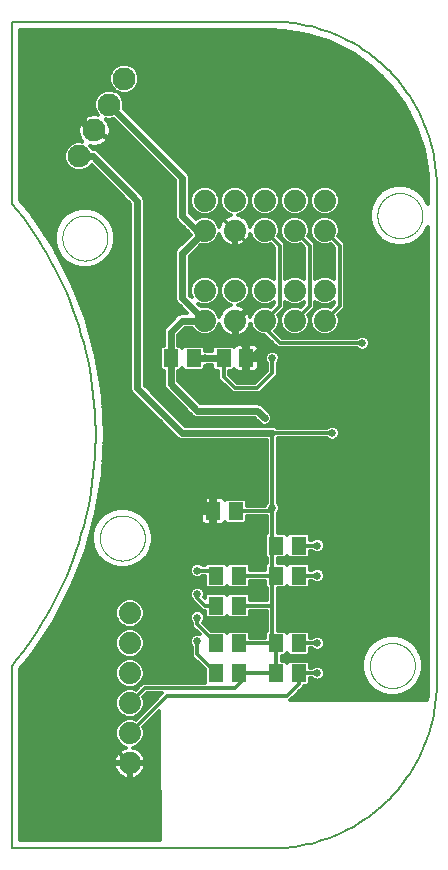
<source format=gbl>
G75*
%MOIN*%
%OFA0B0*%
%FSLAX25Y25*%
%IPPOS*%
%LPD*%
%AMOC8*
5,1,8,0,0,1.08239X$1,22.5*
%
%ADD10C,0.00600*%
%ADD11C,0.00000*%
%ADD12C,0.07400*%
%ADD13R,0.05118X0.05906*%
%ADD14C,0.07600*%
%ADD15C,0.01200*%
%ADD16C,0.02400*%
%ADD17C,0.02578*%
D10*
X0044283Y0005655D02*
X0044283Y0066600D01*
X0044283Y0005655D02*
X0130869Y0005655D01*
X0132201Y0005671D01*
X0133532Y0005719D01*
X0134861Y0005800D01*
X0136189Y0005912D01*
X0137513Y0006057D01*
X0138833Y0006233D01*
X0140149Y0006442D01*
X0141459Y0006682D01*
X0142763Y0006954D01*
X0144060Y0007257D01*
X0145349Y0007591D01*
X0146630Y0007956D01*
X0147901Y0008353D01*
X0149163Y0008780D01*
X0150414Y0009237D01*
X0151654Y0009724D01*
X0152881Y0010241D01*
X0154096Y0010788D01*
X0155297Y0011364D01*
X0156484Y0011968D01*
X0157655Y0012602D01*
X0158812Y0013263D01*
X0159951Y0013952D01*
X0161074Y0014668D01*
X0162180Y0015412D01*
X0163267Y0016182D01*
X0164335Y0016977D01*
X0165383Y0017799D01*
X0166411Y0018645D01*
X0167419Y0019517D01*
X0168405Y0020412D01*
X0169370Y0021331D01*
X0170311Y0022272D01*
X0171230Y0023237D01*
X0172125Y0024223D01*
X0172997Y0025231D01*
X0173843Y0026259D01*
X0174665Y0027307D01*
X0175460Y0028375D01*
X0176230Y0029462D01*
X0176974Y0030568D01*
X0177690Y0031691D01*
X0178379Y0032830D01*
X0179040Y0033987D01*
X0179674Y0035158D01*
X0180278Y0036345D01*
X0180854Y0037546D01*
X0181401Y0038761D01*
X0181918Y0039988D01*
X0182405Y0041228D01*
X0182862Y0042479D01*
X0183289Y0043741D01*
X0183686Y0045012D01*
X0184051Y0046293D01*
X0184385Y0047582D01*
X0184688Y0048879D01*
X0184960Y0050183D01*
X0185200Y0051493D01*
X0185409Y0052809D01*
X0185585Y0054129D01*
X0185730Y0055453D01*
X0185842Y0056781D01*
X0185923Y0058110D01*
X0185971Y0059441D01*
X0185987Y0060773D01*
X0185987Y0226128D01*
X0185971Y0227460D01*
X0185923Y0228791D01*
X0185842Y0230120D01*
X0185730Y0231448D01*
X0185585Y0232772D01*
X0185409Y0234092D01*
X0185200Y0235408D01*
X0184960Y0236718D01*
X0184688Y0238022D01*
X0184385Y0239319D01*
X0184051Y0240608D01*
X0183686Y0241889D01*
X0183289Y0243160D01*
X0182862Y0244422D01*
X0182405Y0245673D01*
X0181918Y0246913D01*
X0181401Y0248140D01*
X0180854Y0249355D01*
X0180278Y0250556D01*
X0179674Y0251743D01*
X0179040Y0252914D01*
X0178379Y0254071D01*
X0177690Y0255210D01*
X0176974Y0256333D01*
X0176230Y0257439D01*
X0175460Y0258526D01*
X0174665Y0259594D01*
X0173843Y0260642D01*
X0172997Y0261670D01*
X0172125Y0262678D01*
X0171230Y0263664D01*
X0170311Y0264629D01*
X0169370Y0265570D01*
X0168405Y0266489D01*
X0167419Y0267384D01*
X0166411Y0268256D01*
X0165383Y0269102D01*
X0164335Y0269924D01*
X0163267Y0270719D01*
X0162180Y0271489D01*
X0161074Y0272233D01*
X0159951Y0272949D01*
X0158812Y0273638D01*
X0157655Y0274299D01*
X0156484Y0274933D01*
X0155297Y0275537D01*
X0154096Y0276113D01*
X0152881Y0276660D01*
X0151654Y0277177D01*
X0150414Y0277664D01*
X0149163Y0278121D01*
X0147901Y0278548D01*
X0146630Y0278945D01*
X0145349Y0279310D01*
X0144060Y0279644D01*
X0142763Y0279947D01*
X0141459Y0280219D01*
X0140149Y0280459D01*
X0138833Y0280668D01*
X0137513Y0280844D01*
X0136189Y0280989D01*
X0134861Y0281101D01*
X0133532Y0281182D01*
X0132201Y0281230D01*
X0130869Y0281246D01*
X0044283Y0281246D01*
X0044283Y0220606D01*
X0046142Y0218335D01*
X0047944Y0216019D01*
X0049689Y0213660D01*
X0051376Y0211259D01*
X0053004Y0208817D01*
X0054571Y0206336D01*
X0056077Y0203818D01*
X0057520Y0201263D01*
X0058901Y0198674D01*
X0060218Y0196052D01*
X0061471Y0193398D01*
X0062657Y0190714D01*
X0063778Y0188002D01*
X0064832Y0185264D01*
X0065819Y0182500D01*
X0066738Y0179713D01*
X0067588Y0176905D01*
X0068369Y0174076D01*
X0069081Y0171230D01*
X0069723Y0168366D01*
X0070294Y0165488D01*
X0070795Y0162597D01*
X0071224Y0159694D01*
X0071583Y0156781D01*
X0071870Y0153861D01*
X0072085Y0150935D01*
X0072229Y0148004D01*
X0072301Y0145070D01*
X0072301Y0142136D01*
X0072229Y0139202D01*
X0072085Y0136271D01*
X0071870Y0133345D01*
X0071583Y0130425D01*
X0071224Y0127512D01*
X0070795Y0124609D01*
X0070294Y0121718D01*
X0069723Y0118840D01*
X0069081Y0115976D01*
X0068369Y0113130D01*
X0067588Y0110301D01*
X0066738Y0107493D01*
X0065819Y0104706D01*
X0064832Y0101942D01*
X0063778Y0099204D01*
X0062657Y0096492D01*
X0061471Y0093808D01*
X0060218Y0091154D01*
X0058901Y0088532D01*
X0057520Y0085943D01*
X0056077Y0083388D01*
X0054571Y0080870D01*
X0053004Y0078389D01*
X0051376Y0075947D01*
X0049689Y0073546D01*
X0047944Y0071187D01*
X0046142Y0068871D01*
X0044283Y0066600D01*
D11*
X0073704Y0109100D02*
X0073706Y0109284D01*
X0073713Y0109468D01*
X0073724Y0109652D01*
X0073740Y0109835D01*
X0073760Y0110018D01*
X0073785Y0110200D01*
X0073814Y0110382D01*
X0073848Y0110563D01*
X0073886Y0110743D01*
X0073929Y0110922D01*
X0073976Y0111100D01*
X0074027Y0111277D01*
X0074083Y0111453D01*
X0074142Y0111627D01*
X0074207Y0111799D01*
X0074275Y0111970D01*
X0074347Y0112139D01*
X0074424Y0112307D01*
X0074505Y0112472D01*
X0074590Y0112635D01*
X0074678Y0112797D01*
X0074771Y0112956D01*
X0074868Y0113112D01*
X0074968Y0113267D01*
X0075072Y0113419D01*
X0075180Y0113568D01*
X0075291Y0113714D01*
X0075406Y0113858D01*
X0075525Y0113999D01*
X0075647Y0114137D01*
X0075772Y0114272D01*
X0075901Y0114403D01*
X0076032Y0114532D01*
X0076167Y0114657D01*
X0076305Y0114779D01*
X0076446Y0114898D01*
X0076590Y0115013D01*
X0076736Y0115124D01*
X0076885Y0115232D01*
X0077037Y0115336D01*
X0077192Y0115436D01*
X0077348Y0115533D01*
X0077507Y0115626D01*
X0077669Y0115714D01*
X0077832Y0115799D01*
X0077997Y0115880D01*
X0078165Y0115957D01*
X0078334Y0116029D01*
X0078505Y0116097D01*
X0078677Y0116162D01*
X0078851Y0116221D01*
X0079027Y0116277D01*
X0079204Y0116328D01*
X0079382Y0116375D01*
X0079561Y0116418D01*
X0079741Y0116456D01*
X0079922Y0116490D01*
X0080104Y0116519D01*
X0080286Y0116544D01*
X0080469Y0116564D01*
X0080652Y0116580D01*
X0080836Y0116591D01*
X0081020Y0116598D01*
X0081204Y0116600D01*
X0081388Y0116598D01*
X0081572Y0116591D01*
X0081756Y0116580D01*
X0081939Y0116564D01*
X0082122Y0116544D01*
X0082304Y0116519D01*
X0082486Y0116490D01*
X0082667Y0116456D01*
X0082847Y0116418D01*
X0083026Y0116375D01*
X0083204Y0116328D01*
X0083381Y0116277D01*
X0083557Y0116221D01*
X0083731Y0116162D01*
X0083903Y0116097D01*
X0084074Y0116029D01*
X0084243Y0115957D01*
X0084411Y0115880D01*
X0084576Y0115799D01*
X0084739Y0115714D01*
X0084901Y0115626D01*
X0085060Y0115533D01*
X0085216Y0115436D01*
X0085371Y0115336D01*
X0085523Y0115232D01*
X0085672Y0115124D01*
X0085818Y0115013D01*
X0085962Y0114898D01*
X0086103Y0114779D01*
X0086241Y0114657D01*
X0086376Y0114532D01*
X0086507Y0114403D01*
X0086636Y0114272D01*
X0086761Y0114137D01*
X0086883Y0113999D01*
X0087002Y0113858D01*
X0087117Y0113714D01*
X0087228Y0113568D01*
X0087336Y0113419D01*
X0087440Y0113267D01*
X0087540Y0113112D01*
X0087637Y0112956D01*
X0087730Y0112797D01*
X0087818Y0112635D01*
X0087903Y0112472D01*
X0087984Y0112307D01*
X0088061Y0112139D01*
X0088133Y0111970D01*
X0088201Y0111799D01*
X0088266Y0111627D01*
X0088325Y0111453D01*
X0088381Y0111277D01*
X0088432Y0111100D01*
X0088479Y0110922D01*
X0088522Y0110743D01*
X0088560Y0110563D01*
X0088594Y0110382D01*
X0088623Y0110200D01*
X0088648Y0110018D01*
X0088668Y0109835D01*
X0088684Y0109652D01*
X0088695Y0109468D01*
X0088702Y0109284D01*
X0088704Y0109100D01*
X0088702Y0108916D01*
X0088695Y0108732D01*
X0088684Y0108548D01*
X0088668Y0108365D01*
X0088648Y0108182D01*
X0088623Y0108000D01*
X0088594Y0107818D01*
X0088560Y0107637D01*
X0088522Y0107457D01*
X0088479Y0107278D01*
X0088432Y0107100D01*
X0088381Y0106923D01*
X0088325Y0106747D01*
X0088266Y0106573D01*
X0088201Y0106401D01*
X0088133Y0106230D01*
X0088061Y0106061D01*
X0087984Y0105893D01*
X0087903Y0105728D01*
X0087818Y0105565D01*
X0087730Y0105403D01*
X0087637Y0105244D01*
X0087540Y0105088D01*
X0087440Y0104933D01*
X0087336Y0104781D01*
X0087228Y0104632D01*
X0087117Y0104486D01*
X0087002Y0104342D01*
X0086883Y0104201D01*
X0086761Y0104063D01*
X0086636Y0103928D01*
X0086507Y0103797D01*
X0086376Y0103668D01*
X0086241Y0103543D01*
X0086103Y0103421D01*
X0085962Y0103302D01*
X0085818Y0103187D01*
X0085672Y0103076D01*
X0085523Y0102968D01*
X0085371Y0102864D01*
X0085216Y0102764D01*
X0085060Y0102667D01*
X0084901Y0102574D01*
X0084739Y0102486D01*
X0084576Y0102401D01*
X0084411Y0102320D01*
X0084243Y0102243D01*
X0084074Y0102171D01*
X0083903Y0102103D01*
X0083731Y0102038D01*
X0083557Y0101979D01*
X0083381Y0101923D01*
X0083204Y0101872D01*
X0083026Y0101825D01*
X0082847Y0101782D01*
X0082667Y0101744D01*
X0082486Y0101710D01*
X0082304Y0101681D01*
X0082122Y0101656D01*
X0081939Y0101636D01*
X0081756Y0101620D01*
X0081572Y0101609D01*
X0081388Y0101602D01*
X0081204Y0101600D01*
X0081020Y0101602D01*
X0080836Y0101609D01*
X0080652Y0101620D01*
X0080469Y0101636D01*
X0080286Y0101656D01*
X0080104Y0101681D01*
X0079922Y0101710D01*
X0079741Y0101744D01*
X0079561Y0101782D01*
X0079382Y0101825D01*
X0079204Y0101872D01*
X0079027Y0101923D01*
X0078851Y0101979D01*
X0078677Y0102038D01*
X0078505Y0102103D01*
X0078334Y0102171D01*
X0078165Y0102243D01*
X0077997Y0102320D01*
X0077832Y0102401D01*
X0077669Y0102486D01*
X0077507Y0102574D01*
X0077348Y0102667D01*
X0077192Y0102764D01*
X0077037Y0102864D01*
X0076885Y0102968D01*
X0076736Y0103076D01*
X0076590Y0103187D01*
X0076446Y0103302D01*
X0076305Y0103421D01*
X0076167Y0103543D01*
X0076032Y0103668D01*
X0075901Y0103797D01*
X0075772Y0103928D01*
X0075647Y0104063D01*
X0075525Y0104201D01*
X0075406Y0104342D01*
X0075291Y0104486D01*
X0075180Y0104632D01*
X0075072Y0104781D01*
X0074968Y0104933D01*
X0074868Y0105088D01*
X0074771Y0105244D01*
X0074678Y0105403D01*
X0074590Y0105565D01*
X0074505Y0105728D01*
X0074424Y0105893D01*
X0074347Y0106061D01*
X0074275Y0106230D01*
X0074207Y0106401D01*
X0074142Y0106573D01*
X0074083Y0106747D01*
X0074027Y0106923D01*
X0073976Y0107100D01*
X0073929Y0107278D01*
X0073886Y0107457D01*
X0073848Y0107637D01*
X0073814Y0107818D01*
X0073785Y0108000D01*
X0073760Y0108182D01*
X0073740Y0108365D01*
X0073724Y0108548D01*
X0073713Y0108732D01*
X0073706Y0108916D01*
X0073704Y0109100D01*
X0061204Y0209100D02*
X0061206Y0209284D01*
X0061213Y0209468D01*
X0061224Y0209652D01*
X0061240Y0209835D01*
X0061260Y0210018D01*
X0061285Y0210200D01*
X0061314Y0210382D01*
X0061348Y0210563D01*
X0061386Y0210743D01*
X0061429Y0210922D01*
X0061476Y0211100D01*
X0061527Y0211277D01*
X0061583Y0211453D01*
X0061642Y0211627D01*
X0061707Y0211799D01*
X0061775Y0211970D01*
X0061847Y0212139D01*
X0061924Y0212307D01*
X0062005Y0212472D01*
X0062090Y0212635D01*
X0062178Y0212797D01*
X0062271Y0212956D01*
X0062368Y0213112D01*
X0062468Y0213267D01*
X0062572Y0213419D01*
X0062680Y0213568D01*
X0062791Y0213714D01*
X0062906Y0213858D01*
X0063025Y0213999D01*
X0063147Y0214137D01*
X0063272Y0214272D01*
X0063401Y0214403D01*
X0063532Y0214532D01*
X0063667Y0214657D01*
X0063805Y0214779D01*
X0063946Y0214898D01*
X0064090Y0215013D01*
X0064236Y0215124D01*
X0064385Y0215232D01*
X0064537Y0215336D01*
X0064692Y0215436D01*
X0064848Y0215533D01*
X0065007Y0215626D01*
X0065169Y0215714D01*
X0065332Y0215799D01*
X0065497Y0215880D01*
X0065665Y0215957D01*
X0065834Y0216029D01*
X0066005Y0216097D01*
X0066177Y0216162D01*
X0066351Y0216221D01*
X0066527Y0216277D01*
X0066704Y0216328D01*
X0066882Y0216375D01*
X0067061Y0216418D01*
X0067241Y0216456D01*
X0067422Y0216490D01*
X0067604Y0216519D01*
X0067786Y0216544D01*
X0067969Y0216564D01*
X0068152Y0216580D01*
X0068336Y0216591D01*
X0068520Y0216598D01*
X0068704Y0216600D01*
X0068888Y0216598D01*
X0069072Y0216591D01*
X0069256Y0216580D01*
X0069439Y0216564D01*
X0069622Y0216544D01*
X0069804Y0216519D01*
X0069986Y0216490D01*
X0070167Y0216456D01*
X0070347Y0216418D01*
X0070526Y0216375D01*
X0070704Y0216328D01*
X0070881Y0216277D01*
X0071057Y0216221D01*
X0071231Y0216162D01*
X0071403Y0216097D01*
X0071574Y0216029D01*
X0071743Y0215957D01*
X0071911Y0215880D01*
X0072076Y0215799D01*
X0072239Y0215714D01*
X0072401Y0215626D01*
X0072560Y0215533D01*
X0072716Y0215436D01*
X0072871Y0215336D01*
X0073023Y0215232D01*
X0073172Y0215124D01*
X0073318Y0215013D01*
X0073462Y0214898D01*
X0073603Y0214779D01*
X0073741Y0214657D01*
X0073876Y0214532D01*
X0074007Y0214403D01*
X0074136Y0214272D01*
X0074261Y0214137D01*
X0074383Y0213999D01*
X0074502Y0213858D01*
X0074617Y0213714D01*
X0074728Y0213568D01*
X0074836Y0213419D01*
X0074940Y0213267D01*
X0075040Y0213112D01*
X0075137Y0212956D01*
X0075230Y0212797D01*
X0075318Y0212635D01*
X0075403Y0212472D01*
X0075484Y0212307D01*
X0075561Y0212139D01*
X0075633Y0211970D01*
X0075701Y0211799D01*
X0075766Y0211627D01*
X0075825Y0211453D01*
X0075881Y0211277D01*
X0075932Y0211100D01*
X0075979Y0210922D01*
X0076022Y0210743D01*
X0076060Y0210563D01*
X0076094Y0210382D01*
X0076123Y0210200D01*
X0076148Y0210018D01*
X0076168Y0209835D01*
X0076184Y0209652D01*
X0076195Y0209468D01*
X0076202Y0209284D01*
X0076204Y0209100D01*
X0076202Y0208916D01*
X0076195Y0208732D01*
X0076184Y0208548D01*
X0076168Y0208365D01*
X0076148Y0208182D01*
X0076123Y0208000D01*
X0076094Y0207818D01*
X0076060Y0207637D01*
X0076022Y0207457D01*
X0075979Y0207278D01*
X0075932Y0207100D01*
X0075881Y0206923D01*
X0075825Y0206747D01*
X0075766Y0206573D01*
X0075701Y0206401D01*
X0075633Y0206230D01*
X0075561Y0206061D01*
X0075484Y0205893D01*
X0075403Y0205728D01*
X0075318Y0205565D01*
X0075230Y0205403D01*
X0075137Y0205244D01*
X0075040Y0205088D01*
X0074940Y0204933D01*
X0074836Y0204781D01*
X0074728Y0204632D01*
X0074617Y0204486D01*
X0074502Y0204342D01*
X0074383Y0204201D01*
X0074261Y0204063D01*
X0074136Y0203928D01*
X0074007Y0203797D01*
X0073876Y0203668D01*
X0073741Y0203543D01*
X0073603Y0203421D01*
X0073462Y0203302D01*
X0073318Y0203187D01*
X0073172Y0203076D01*
X0073023Y0202968D01*
X0072871Y0202864D01*
X0072716Y0202764D01*
X0072560Y0202667D01*
X0072401Y0202574D01*
X0072239Y0202486D01*
X0072076Y0202401D01*
X0071911Y0202320D01*
X0071743Y0202243D01*
X0071574Y0202171D01*
X0071403Y0202103D01*
X0071231Y0202038D01*
X0071057Y0201979D01*
X0070881Y0201923D01*
X0070704Y0201872D01*
X0070526Y0201825D01*
X0070347Y0201782D01*
X0070167Y0201744D01*
X0069986Y0201710D01*
X0069804Y0201681D01*
X0069622Y0201656D01*
X0069439Y0201636D01*
X0069256Y0201620D01*
X0069072Y0201609D01*
X0068888Y0201602D01*
X0068704Y0201600D01*
X0068520Y0201602D01*
X0068336Y0201609D01*
X0068152Y0201620D01*
X0067969Y0201636D01*
X0067786Y0201656D01*
X0067604Y0201681D01*
X0067422Y0201710D01*
X0067241Y0201744D01*
X0067061Y0201782D01*
X0066882Y0201825D01*
X0066704Y0201872D01*
X0066527Y0201923D01*
X0066351Y0201979D01*
X0066177Y0202038D01*
X0066005Y0202103D01*
X0065834Y0202171D01*
X0065665Y0202243D01*
X0065497Y0202320D01*
X0065332Y0202401D01*
X0065169Y0202486D01*
X0065007Y0202574D01*
X0064848Y0202667D01*
X0064692Y0202764D01*
X0064537Y0202864D01*
X0064385Y0202968D01*
X0064236Y0203076D01*
X0064090Y0203187D01*
X0063946Y0203302D01*
X0063805Y0203421D01*
X0063667Y0203543D01*
X0063532Y0203668D01*
X0063401Y0203797D01*
X0063272Y0203928D01*
X0063147Y0204063D01*
X0063025Y0204201D01*
X0062906Y0204342D01*
X0062791Y0204486D01*
X0062680Y0204632D01*
X0062572Y0204781D01*
X0062468Y0204933D01*
X0062368Y0205088D01*
X0062271Y0205244D01*
X0062178Y0205403D01*
X0062090Y0205565D01*
X0062005Y0205728D01*
X0061924Y0205893D01*
X0061847Y0206061D01*
X0061775Y0206230D01*
X0061707Y0206401D01*
X0061642Y0206573D01*
X0061583Y0206747D01*
X0061527Y0206923D01*
X0061476Y0207100D01*
X0061429Y0207278D01*
X0061386Y0207457D01*
X0061348Y0207637D01*
X0061314Y0207818D01*
X0061285Y0208000D01*
X0061260Y0208182D01*
X0061240Y0208365D01*
X0061224Y0208548D01*
X0061213Y0208732D01*
X0061206Y0208916D01*
X0061204Y0209100D01*
X0163704Y0066600D02*
X0163706Y0066784D01*
X0163713Y0066968D01*
X0163724Y0067152D01*
X0163740Y0067335D01*
X0163760Y0067518D01*
X0163785Y0067700D01*
X0163814Y0067882D01*
X0163848Y0068063D01*
X0163886Y0068243D01*
X0163929Y0068422D01*
X0163976Y0068600D01*
X0164027Y0068777D01*
X0164083Y0068953D01*
X0164142Y0069127D01*
X0164207Y0069299D01*
X0164275Y0069470D01*
X0164347Y0069639D01*
X0164424Y0069807D01*
X0164505Y0069972D01*
X0164590Y0070135D01*
X0164678Y0070297D01*
X0164771Y0070456D01*
X0164868Y0070612D01*
X0164968Y0070767D01*
X0165072Y0070919D01*
X0165180Y0071068D01*
X0165291Y0071214D01*
X0165406Y0071358D01*
X0165525Y0071499D01*
X0165647Y0071637D01*
X0165772Y0071772D01*
X0165901Y0071903D01*
X0166032Y0072032D01*
X0166167Y0072157D01*
X0166305Y0072279D01*
X0166446Y0072398D01*
X0166590Y0072513D01*
X0166736Y0072624D01*
X0166885Y0072732D01*
X0167037Y0072836D01*
X0167192Y0072936D01*
X0167348Y0073033D01*
X0167507Y0073126D01*
X0167669Y0073214D01*
X0167832Y0073299D01*
X0167997Y0073380D01*
X0168165Y0073457D01*
X0168334Y0073529D01*
X0168505Y0073597D01*
X0168677Y0073662D01*
X0168851Y0073721D01*
X0169027Y0073777D01*
X0169204Y0073828D01*
X0169382Y0073875D01*
X0169561Y0073918D01*
X0169741Y0073956D01*
X0169922Y0073990D01*
X0170104Y0074019D01*
X0170286Y0074044D01*
X0170469Y0074064D01*
X0170652Y0074080D01*
X0170836Y0074091D01*
X0171020Y0074098D01*
X0171204Y0074100D01*
X0171388Y0074098D01*
X0171572Y0074091D01*
X0171756Y0074080D01*
X0171939Y0074064D01*
X0172122Y0074044D01*
X0172304Y0074019D01*
X0172486Y0073990D01*
X0172667Y0073956D01*
X0172847Y0073918D01*
X0173026Y0073875D01*
X0173204Y0073828D01*
X0173381Y0073777D01*
X0173557Y0073721D01*
X0173731Y0073662D01*
X0173903Y0073597D01*
X0174074Y0073529D01*
X0174243Y0073457D01*
X0174411Y0073380D01*
X0174576Y0073299D01*
X0174739Y0073214D01*
X0174901Y0073126D01*
X0175060Y0073033D01*
X0175216Y0072936D01*
X0175371Y0072836D01*
X0175523Y0072732D01*
X0175672Y0072624D01*
X0175818Y0072513D01*
X0175962Y0072398D01*
X0176103Y0072279D01*
X0176241Y0072157D01*
X0176376Y0072032D01*
X0176507Y0071903D01*
X0176636Y0071772D01*
X0176761Y0071637D01*
X0176883Y0071499D01*
X0177002Y0071358D01*
X0177117Y0071214D01*
X0177228Y0071068D01*
X0177336Y0070919D01*
X0177440Y0070767D01*
X0177540Y0070612D01*
X0177637Y0070456D01*
X0177730Y0070297D01*
X0177818Y0070135D01*
X0177903Y0069972D01*
X0177984Y0069807D01*
X0178061Y0069639D01*
X0178133Y0069470D01*
X0178201Y0069299D01*
X0178266Y0069127D01*
X0178325Y0068953D01*
X0178381Y0068777D01*
X0178432Y0068600D01*
X0178479Y0068422D01*
X0178522Y0068243D01*
X0178560Y0068063D01*
X0178594Y0067882D01*
X0178623Y0067700D01*
X0178648Y0067518D01*
X0178668Y0067335D01*
X0178684Y0067152D01*
X0178695Y0066968D01*
X0178702Y0066784D01*
X0178704Y0066600D01*
X0178702Y0066416D01*
X0178695Y0066232D01*
X0178684Y0066048D01*
X0178668Y0065865D01*
X0178648Y0065682D01*
X0178623Y0065500D01*
X0178594Y0065318D01*
X0178560Y0065137D01*
X0178522Y0064957D01*
X0178479Y0064778D01*
X0178432Y0064600D01*
X0178381Y0064423D01*
X0178325Y0064247D01*
X0178266Y0064073D01*
X0178201Y0063901D01*
X0178133Y0063730D01*
X0178061Y0063561D01*
X0177984Y0063393D01*
X0177903Y0063228D01*
X0177818Y0063065D01*
X0177730Y0062903D01*
X0177637Y0062744D01*
X0177540Y0062588D01*
X0177440Y0062433D01*
X0177336Y0062281D01*
X0177228Y0062132D01*
X0177117Y0061986D01*
X0177002Y0061842D01*
X0176883Y0061701D01*
X0176761Y0061563D01*
X0176636Y0061428D01*
X0176507Y0061297D01*
X0176376Y0061168D01*
X0176241Y0061043D01*
X0176103Y0060921D01*
X0175962Y0060802D01*
X0175818Y0060687D01*
X0175672Y0060576D01*
X0175523Y0060468D01*
X0175371Y0060364D01*
X0175216Y0060264D01*
X0175060Y0060167D01*
X0174901Y0060074D01*
X0174739Y0059986D01*
X0174576Y0059901D01*
X0174411Y0059820D01*
X0174243Y0059743D01*
X0174074Y0059671D01*
X0173903Y0059603D01*
X0173731Y0059538D01*
X0173557Y0059479D01*
X0173381Y0059423D01*
X0173204Y0059372D01*
X0173026Y0059325D01*
X0172847Y0059282D01*
X0172667Y0059244D01*
X0172486Y0059210D01*
X0172304Y0059181D01*
X0172122Y0059156D01*
X0171939Y0059136D01*
X0171756Y0059120D01*
X0171572Y0059109D01*
X0171388Y0059102D01*
X0171204Y0059100D01*
X0171020Y0059102D01*
X0170836Y0059109D01*
X0170652Y0059120D01*
X0170469Y0059136D01*
X0170286Y0059156D01*
X0170104Y0059181D01*
X0169922Y0059210D01*
X0169741Y0059244D01*
X0169561Y0059282D01*
X0169382Y0059325D01*
X0169204Y0059372D01*
X0169027Y0059423D01*
X0168851Y0059479D01*
X0168677Y0059538D01*
X0168505Y0059603D01*
X0168334Y0059671D01*
X0168165Y0059743D01*
X0167997Y0059820D01*
X0167832Y0059901D01*
X0167669Y0059986D01*
X0167507Y0060074D01*
X0167348Y0060167D01*
X0167192Y0060264D01*
X0167037Y0060364D01*
X0166885Y0060468D01*
X0166736Y0060576D01*
X0166590Y0060687D01*
X0166446Y0060802D01*
X0166305Y0060921D01*
X0166167Y0061043D01*
X0166032Y0061168D01*
X0165901Y0061297D01*
X0165772Y0061428D01*
X0165647Y0061563D01*
X0165525Y0061701D01*
X0165406Y0061842D01*
X0165291Y0061986D01*
X0165180Y0062132D01*
X0165072Y0062281D01*
X0164968Y0062433D01*
X0164868Y0062588D01*
X0164771Y0062744D01*
X0164678Y0062903D01*
X0164590Y0063065D01*
X0164505Y0063228D01*
X0164424Y0063393D01*
X0164347Y0063561D01*
X0164275Y0063730D01*
X0164207Y0063901D01*
X0164142Y0064073D01*
X0164083Y0064247D01*
X0164027Y0064423D01*
X0163976Y0064600D01*
X0163929Y0064778D01*
X0163886Y0064957D01*
X0163848Y0065137D01*
X0163814Y0065318D01*
X0163785Y0065500D01*
X0163760Y0065682D01*
X0163740Y0065865D01*
X0163724Y0066048D01*
X0163713Y0066232D01*
X0163706Y0066416D01*
X0163704Y0066600D01*
X0166204Y0216600D02*
X0166206Y0216784D01*
X0166213Y0216968D01*
X0166224Y0217152D01*
X0166240Y0217335D01*
X0166260Y0217518D01*
X0166285Y0217700D01*
X0166314Y0217882D01*
X0166348Y0218063D01*
X0166386Y0218243D01*
X0166429Y0218422D01*
X0166476Y0218600D01*
X0166527Y0218777D01*
X0166583Y0218953D01*
X0166642Y0219127D01*
X0166707Y0219299D01*
X0166775Y0219470D01*
X0166847Y0219639D01*
X0166924Y0219807D01*
X0167005Y0219972D01*
X0167090Y0220135D01*
X0167178Y0220297D01*
X0167271Y0220456D01*
X0167368Y0220612D01*
X0167468Y0220767D01*
X0167572Y0220919D01*
X0167680Y0221068D01*
X0167791Y0221214D01*
X0167906Y0221358D01*
X0168025Y0221499D01*
X0168147Y0221637D01*
X0168272Y0221772D01*
X0168401Y0221903D01*
X0168532Y0222032D01*
X0168667Y0222157D01*
X0168805Y0222279D01*
X0168946Y0222398D01*
X0169090Y0222513D01*
X0169236Y0222624D01*
X0169385Y0222732D01*
X0169537Y0222836D01*
X0169692Y0222936D01*
X0169848Y0223033D01*
X0170007Y0223126D01*
X0170169Y0223214D01*
X0170332Y0223299D01*
X0170497Y0223380D01*
X0170665Y0223457D01*
X0170834Y0223529D01*
X0171005Y0223597D01*
X0171177Y0223662D01*
X0171351Y0223721D01*
X0171527Y0223777D01*
X0171704Y0223828D01*
X0171882Y0223875D01*
X0172061Y0223918D01*
X0172241Y0223956D01*
X0172422Y0223990D01*
X0172604Y0224019D01*
X0172786Y0224044D01*
X0172969Y0224064D01*
X0173152Y0224080D01*
X0173336Y0224091D01*
X0173520Y0224098D01*
X0173704Y0224100D01*
X0173888Y0224098D01*
X0174072Y0224091D01*
X0174256Y0224080D01*
X0174439Y0224064D01*
X0174622Y0224044D01*
X0174804Y0224019D01*
X0174986Y0223990D01*
X0175167Y0223956D01*
X0175347Y0223918D01*
X0175526Y0223875D01*
X0175704Y0223828D01*
X0175881Y0223777D01*
X0176057Y0223721D01*
X0176231Y0223662D01*
X0176403Y0223597D01*
X0176574Y0223529D01*
X0176743Y0223457D01*
X0176911Y0223380D01*
X0177076Y0223299D01*
X0177239Y0223214D01*
X0177401Y0223126D01*
X0177560Y0223033D01*
X0177716Y0222936D01*
X0177871Y0222836D01*
X0178023Y0222732D01*
X0178172Y0222624D01*
X0178318Y0222513D01*
X0178462Y0222398D01*
X0178603Y0222279D01*
X0178741Y0222157D01*
X0178876Y0222032D01*
X0179007Y0221903D01*
X0179136Y0221772D01*
X0179261Y0221637D01*
X0179383Y0221499D01*
X0179502Y0221358D01*
X0179617Y0221214D01*
X0179728Y0221068D01*
X0179836Y0220919D01*
X0179940Y0220767D01*
X0180040Y0220612D01*
X0180137Y0220456D01*
X0180230Y0220297D01*
X0180318Y0220135D01*
X0180403Y0219972D01*
X0180484Y0219807D01*
X0180561Y0219639D01*
X0180633Y0219470D01*
X0180701Y0219299D01*
X0180766Y0219127D01*
X0180825Y0218953D01*
X0180881Y0218777D01*
X0180932Y0218600D01*
X0180979Y0218422D01*
X0181022Y0218243D01*
X0181060Y0218063D01*
X0181094Y0217882D01*
X0181123Y0217700D01*
X0181148Y0217518D01*
X0181168Y0217335D01*
X0181184Y0217152D01*
X0181195Y0216968D01*
X0181202Y0216784D01*
X0181204Y0216600D01*
X0181202Y0216416D01*
X0181195Y0216232D01*
X0181184Y0216048D01*
X0181168Y0215865D01*
X0181148Y0215682D01*
X0181123Y0215500D01*
X0181094Y0215318D01*
X0181060Y0215137D01*
X0181022Y0214957D01*
X0180979Y0214778D01*
X0180932Y0214600D01*
X0180881Y0214423D01*
X0180825Y0214247D01*
X0180766Y0214073D01*
X0180701Y0213901D01*
X0180633Y0213730D01*
X0180561Y0213561D01*
X0180484Y0213393D01*
X0180403Y0213228D01*
X0180318Y0213065D01*
X0180230Y0212903D01*
X0180137Y0212744D01*
X0180040Y0212588D01*
X0179940Y0212433D01*
X0179836Y0212281D01*
X0179728Y0212132D01*
X0179617Y0211986D01*
X0179502Y0211842D01*
X0179383Y0211701D01*
X0179261Y0211563D01*
X0179136Y0211428D01*
X0179007Y0211297D01*
X0178876Y0211168D01*
X0178741Y0211043D01*
X0178603Y0210921D01*
X0178462Y0210802D01*
X0178318Y0210687D01*
X0178172Y0210576D01*
X0178023Y0210468D01*
X0177871Y0210364D01*
X0177716Y0210264D01*
X0177560Y0210167D01*
X0177401Y0210074D01*
X0177239Y0209986D01*
X0177076Y0209901D01*
X0176911Y0209820D01*
X0176743Y0209743D01*
X0176574Y0209671D01*
X0176403Y0209603D01*
X0176231Y0209538D01*
X0176057Y0209479D01*
X0175881Y0209423D01*
X0175704Y0209372D01*
X0175526Y0209325D01*
X0175347Y0209282D01*
X0175167Y0209244D01*
X0174986Y0209210D01*
X0174804Y0209181D01*
X0174622Y0209156D01*
X0174439Y0209136D01*
X0174256Y0209120D01*
X0174072Y0209109D01*
X0173888Y0209102D01*
X0173704Y0209100D01*
X0173520Y0209102D01*
X0173336Y0209109D01*
X0173152Y0209120D01*
X0172969Y0209136D01*
X0172786Y0209156D01*
X0172604Y0209181D01*
X0172422Y0209210D01*
X0172241Y0209244D01*
X0172061Y0209282D01*
X0171882Y0209325D01*
X0171704Y0209372D01*
X0171527Y0209423D01*
X0171351Y0209479D01*
X0171177Y0209538D01*
X0171005Y0209603D01*
X0170834Y0209671D01*
X0170665Y0209743D01*
X0170497Y0209820D01*
X0170332Y0209901D01*
X0170169Y0209986D01*
X0170007Y0210074D01*
X0169848Y0210167D01*
X0169692Y0210264D01*
X0169537Y0210364D01*
X0169385Y0210468D01*
X0169236Y0210576D01*
X0169090Y0210687D01*
X0168946Y0210802D01*
X0168805Y0210921D01*
X0168667Y0211043D01*
X0168532Y0211168D01*
X0168401Y0211297D01*
X0168272Y0211428D01*
X0168147Y0211563D01*
X0168025Y0211701D01*
X0167906Y0211842D01*
X0167791Y0211986D01*
X0167680Y0212132D01*
X0167572Y0212281D01*
X0167468Y0212433D01*
X0167368Y0212588D01*
X0167271Y0212744D01*
X0167178Y0212903D01*
X0167090Y0213065D01*
X0167005Y0213228D01*
X0166924Y0213393D01*
X0166847Y0213561D01*
X0166775Y0213730D01*
X0166707Y0213901D01*
X0166642Y0214073D01*
X0166583Y0214247D01*
X0166527Y0214423D01*
X0166476Y0214600D01*
X0166429Y0214778D01*
X0166386Y0214957D01*
X0166348Y0215137D01*
X0166314Y0215318D01*
X0166285Y0215500D01*
X0166260Y0215682D01*
X0166240Y0215865D01*
X0166224Y0216048D01*
X0166213Y0216232D01*
X0166206Y0216416D01*
X0166204Y0216600D01*
D12*
X0148704Y0211600D03*
X0148704Y0221600D03*
X0138704Y0221600D03*
X0138704Y0211600D03*
X0128704Y0211600D03*
X0128704Y0221600D03*
X0118704Y0221600D03*
X0118704Y0211600D03*
X0108704Y0211600D03*
X0108704Y0221600D03*
X0108704Y0191600D03*
X0108704Y0181600D03*
X0118704Y0181600D03*
X0118704Y0191600D03*
X0128704Y0191600D03*
X0128704Y0181600D03*
X0138704Y0181600D03*
X0138704Y0191600D03*
X0148704Y0191600D03*
X0148704Y0181600D03*
X0083704Y0084100D03*
X0083704Y0074100D03*
X0083704Y0064100D03*
X0083704Y0054100D03*
X0083704Y0044100D03*
X0083704Y0034100D03*
D13*
X0112464Y0064100D03*
X0112464Y0074100D03*
X0119944Y0074100D03*
X0119944Y0064100D03*
X0132464Y0064100D03*
X0132464Y0074100D03*
X0139944Y0074100D03*
X0139944Y0064100D03*
X0119944Y0086600D03*
X0119944Y0096600D03*
X0112464Y0096600D03*
X0112464Y0086600D03*
X0132464Y0096600D03*
X0132464Y0106600D03*
X0139944Y0106600D03*
X0139944Y0096600D03*
X0118944Y0118100D03*
X0111464Y0118100D03*
X0114964Y0169100D03*
X0122444Y0169100D03*
X0104944Y0169100D03*
X0097464Y0169100D03*
D14*
X0066874Y0236289D03*
X0071874Y0244949D03*
X0076874Y0253610D03*
X0081874Y0262270D03*
D15*
X0079864Y0257690D02*
X0080879Y0257270D01*
X0082868Y0257270D01*
X0084706Y0258031D01*
X0086113Y0259438D01*
X0086874Y0261275D01*
X0086874Y0263264D01*
X0086113Y0265102D01*
X0084706Y0266509D01*
X0082868Y0267270D01*
X0080879Y0267270D01*
X0079042Y0266509D01*
X0077635Y0265102D01*
X0076874Y0263264D01*
X0076874Y0261275D01*
X0077635Y0259438D01*
X0078884Y0258189D01*
X0077868Y0258610D01*
X0075879Y0258610D01*
X0074042Y0257848D01*
X0072635Y0256442D01*
X0071874Y0254604D01*
X0071874Y0252615D01*
X0072635Y0250777D01*
X0073224Y0250189D01*
X0073138Y0250216D01*
X0072299Y0250349D01*
X0071449Y0250349D01*
X0070609Y0250216D01*
X0069801Y0249954D01*
X0069044Y0249568D01*
X0068356Y0249068D01*
X0067755Y0248467D01*
X0067282Y0247817D01*
X0071805Y0245205D01*
X0071618Y0244881D01*
X0067106Y0247486D01*
X0066869Y0247022D01*
X0066607Y0246214D01*
X0066474Y0245374D01*
X0066474Y0244524D01*
X0066607Y0243685D01*
X0066869Y0242876D01*
X0067255Y0242119D01*
X0067755Y0241431D01*
X0067918Y0241269D01*
X0067868Y0241289D01*
X0065879Y0241289D01*
X0064042Y0240528D01*
X0062635Y0239121D01*
X0061874Y0237284D01*
X0061874Y0235295D01*
X0062635Y0233457D01*
X0064042Y0232050D01*
X0065879Y0231289D01*
X0067868Y0231289D01*
X0069706Y0232050D01*
X0071033Y0233377D01*
X0083804Y0220606D01*
X0083804Y0158623D01*
X0084169Y0157741D01*
X0099844Y0142065D01*
X0100727Y0141700D01*
X0129404Y0141700D01*
X0129404Y0120820D01*
X0129094Y0120510D01*
X0128841Y0119900D01*
X0122703Y0119900D01*
X0122703Y0121550D01*
X0122000Y0122253D01*
X0115888Y0122253D01*
X0115438Y0121802D01*
X0115303Y0122035D01*
X0115005Y0122333D01*
X0114640Y0122544D01*
X0114234Y0122653D01*
X0112064Y0122653D01*
X0112064Y0118700D01*
X0110864Y0118700D01*
X0110864Y0122653D01*
X0108694Y0122653D01*
X0108287Y0122544D01*
X0107922Y0122333D01*
X0107624Y0122035D01*
X0107414Y0121670D01*
X0107305Y0121263D01*
X0107305Y0118700D01*
X0110864Y0118700D01*
X0110864Y0117500D01*
X0112064Y0117500D01*
X0112064Y0113547D01*
X0114234Y0113547D01*
X0114640Y0113656D01*
X0115005Y0113867D01*
X0115303Y0114165D01*
X0115438Y0114398D01*
X0115888Y0113947D01*
X0122000Y0113947D01*
X0122703Y0114650D01*
X0122703Y0116300D01*
X0129404Y0116300D01*
X0129404Y0110749D01*
X0128705Y0110050D01*
X0128705Y0103150D01*
X0129404Y0102451D01*
X0129404Y0100749D01*
X0128705Y0100050D01*
X0128705Y0098400D01*
X0123703Y0098400D01*
X0123703Y0100050D01*
X0123000Y0100753D01*
X0116888Y0100753D01*
X0116204Y0100069D01*
X0115520Y0100753D01*
X0109408Y0100753D01*
X0108709Y0100054D01*
X0107924Y0100054D01*
X0107614Y0100364D01*
X0106699Y0100743D01*
X0105709Y0100743D01*
X0104794Y0100364D01*
X0104094Y0099663D01*
X0103715Y0098749D01*
X0103715Y0097758D01*
X0104094Y0096844D01*
X0104794Y0096143D01*
X0105709Y0095765D01*
X0106699Y0095765D01*
X0107614Y0096143D01*
X0107924Y0096454D01*
X0108705Y0096454D01*
X0108705Y0093150D01*
X0109408Y0092447D01*
X0115520Y0092447D01*
X0116204Y0093131D01*
X0116888Y0092447D01*
X0123000Y0092447D01*
X0123703Y0093150D01*
X0123703Y0094800D01*
X0128705Y0094800D01*
X0128705Y0093150D01*
X0129404Y0092451D01*
X0129404Y0088400D01*
X0123703Y0088400D01*
X0123703Y0090050D01*
X0123000Y0090753D01*
X0116888Y0090753D01*
X0116204Y0090069D01*
X0115520Y0090753D01*
X0109408Y0090753D01*
X0108705Y0090050D01*
X0108705Y0089145D01*
X0108480Y0089370D01*
X0108693Y0089884D01*
X0108693Y0090875D01*
X0108314Y0091789D01*
X0107614Y0092490D01*
X0106699Y0092868D01*
X0105709Y0092868D01*
X0104794Y0092490D01*
X0104094Y0091789D01*
X0103715Y0090875D01*
X0103715Y0089884D01*
X0104094Y0088970D01*
X0104404Y0088660D01*
X0104404Y0088354D01*
X0105458Y0087300D01*
X0107958Y0084800D01*
X0108705Y0084800D01*
X0108705Y0083150D01*
X0109408Y0082447D01*
X0115520Y0082447D01*
X0116204Y0083131D01*
X0116888Y0082447D01*
X0123000Y0082447D01*
X0123703Y0083150D01*
X0123703Y0084800D01*
X0129404Y0084800D01*
X0129404Y0078249D01*
X0128705Y0077550D01*
X0128705Y0075900D01*
X0123703Y0075900D01*
X0123703Y0077550D01*
X0123000Y0078253D01*
X0116888Y0078253D01*
X0116204Y0077569D01*
X0115520Y0078253D01*
X0110857Y0078253D01*
X0108164Y0080945D01*
X0108314Y0081096D01*
X0108693Y0082010D01*
X0108693Y0083001D01*
X0108314Y0083915D01*
X0107614Y0084616D01*
X0106699Y0084994D01*
X0105709Y0084994D01*
X0104794Y0084616D01*
X0104094Y0083915D01*
X0103715Y0083001D01*
X0103715Y0082010D01*
X0104094Y0081096D01*
X0104404Y0080786D01*
X0104404Y0079614D01*
X0105458Y0078560D01*
X0107038Y0076980D01*
X0106699Y0077120D01*
X0105709Y0077120D01*
X0104794Y0076742D01*
X0104094Y0076041D01*
X0103715Y0075127D01*
X0103715Y0074136D01*
X0104094Y0073222D01*
X0104404Y0072912D01*
X0104404Y0069614D01*
X0105458Y0068560D01*
X0108705Y0065313D01*
X0108705Y0060900D01*
X0087958Y0060900D01*
X0086904Y0059846D01*
X0086904Y0059846D01*
X0085654Y0058596D01*
X0084679Y0059000D01*
X0082729Y0059000D01*
X0080928Y0058254D01*
X0079550Y0056876D01*
X0078804Y0055075D01*
X0078804Y0053125D01*
X0079550Y0051324D01*
X0080928Y0049946D01*
X0082729Y0049200D01*
X0084679Y0049200D01*
X0086480Y0049946D01*
X0087858Y0051324D01*
X0088604Y0053125D01*
X0088604Y0055075D01*
X0088200Y0056050D01*
X0089450Y0057300D01*
X0094358Y0057300D01*
X0085654Y0048596D01*
X0084679Y0049000D01*
X0082729Y0049000D01*
X0080928Y0048254D01*
X0079550Y0046876D01*
X0078804Y0045075D01*
X0078804Y0043125D01*
X0079550Y0041324D01*
X0080928Y0039946D01*
X0082534Y0039281D01*
X0082463Y0039269D01*
X0081669Y0039012D01*
X0080926Y0038633D01*
X0080251Y0038143D01*
X0079661Y0037553D01*
X0079171Y0036878D01*
X0078792Y0036134D01*
X0078534Y0035341D01*
X0078404Y0034517D01*
X0078404Y0034500D01*
X0083304Y0034500D01*
X0083304Y0033700D01*
X0084104Y0033700D01*
X0084104Y0034500D01*
X0089004Y0034500D01*
X0089004Y0034517D01*
X0088873Y0035341D01*
X0088616Y0036134D01*
X0088237Y0036878D01*
X0087747Y0037553D01*
X0087157Y0038143D01*
X0086482Y0038633D01*
X0085738Y0039012D01*
X0084945Y0039269D01*
X0084874Y0039281D01*
X0086480Y0039946D01*
X0087858Y0041324D01*
X0088604Y0043125D01*
X0088604Y0045075D01*
X0088200Y0046050D01*
X0093508Y0051358D01*
X0093508Y0024922D01*
X0093704Y0024726D01*
X0093704Y0008555D01*
X0047183Y0008555D01*
X0047183Y0065544D01*
X0050744Y0069788D01*
X0058091Y0080744D01*
X0064221Y0092424D01*
X0069064Y0104693D01*
X0072563Y0117411D01*
X0072563Y0117411D01*
X0074679Y0130431D01*
X0074679Y0130431D01*
X0075387Y0143603D01*
X0074679Y0156775D01*
X0072563Y0169795D01*
X0069064Y0182513D01*
X0064221Y0194783D01*
X0058091Y0206462D01*
X0050744Y0217418D01*
X0047183Y0221662D01*
X0047183Y0278346D01*
X0130869Y0278346D01*
X0134966Y0278185D01*
X0143059Y0276903D01*
X0150852Y0274371D01*
X0158153Y0270651D01*
X0164782Y0265835D01*
X0170576Y0260041D01*
X0175393Y0253411D01*
X0179113Y0246111D01*
X0181645Y0238318D01*
X0182926Y0230225D01*
X0183087Y0226128D01*
X0183087Y0220547D01*
X0181786Y0222802D01*
X0179906Y0224682D01*
X0177602Y0226012D01*
X0175034Y0226700D01*
X0172374Y0226700D01*
X0169806Y0226012D01*
X0167502Y0224682D01*
X0165622Y0222802D01*
X0164292Y0220498D01*
X0163604Y0217930D01*
X0163604Y0215270D01*
X0164292Y0212702D01*
X0165622Y0210398D01*
X0167502Y0208518D01*
X0169806Y0207188D01*
X0172374Y0206500D01*
X0175034Y0206500D01*
X0177602Y0207188D01*
X0179906Y0208518D01*
X0181786Y0210398D01*
X0183087Y0212653D01*
X0183087Y0060773D01*
X0182926Y0056676D01*
X0182677Y0055100D01*
X0137250Y0055100D01*
X0138004Y0055854D01*
X0141744Y0059595D01*
X0141744Y0059947D01*
X0143000Y0059947D01*
X0143703Y0060650D01*
X0143703Y0062300D01*
X0144484Y0062300D01*
X0144794Y0061990D01*
X0145709Y0061611D01*
X0146699Y0061611D01*
X0147614Y0061990D01*
X0148314Y0062690D01*
X0148693Y0063605D01*
X0148693Y0064595D01*
X0148314Y0065510D01*
X0147614Y0066210D01*
X0146699Y0066589D01*
X0145709Y0066589D01*
X0144794Y0066210D01*
X0144484Y0065900D01*
X0143703Y0065900D01*
X0143703Y0067550D01*
X0143000Y0068253D01*
X0136888Y0068253D01*
X0136204Y0067569D01*
X0135520Y0068253D01*
X0134264Y0068253D01*
X0134264Y0069947D01*
X0135520Y0069947D01*
X0136204Y0070631D01*
X0136888Y0069947D01*
X0143000Y0069947D01*
X0143703Y0070650D01*
X0143703Y0072300D01*
X0144484Y0072300D01*
X0144794Y0071990D01*
X0145709Y0071611D01*
X0146699Y0071611D01*
X0147614Y0071990D01*
X0148314Y0072690D01*
X0148693Y0073605D01*
X0148693Y0074595D01*
X0148314Y0075510D01*
X0147614Y0076210D01*
X0146699Y0076589D01*
X0145709Y0076589D01*
X0144794Y0076210D01*
X0144484Y0075900D01*
X0143703Y0075900D01*
X0143703Y0077550D01*
X0143000Y0078253D01*
X0136888Y0078253D01*
X0136204Y0077569D01*
X0135520Y0078253D01*
X0133004Y0078253D01*
X0133004Y0092447D01*
X0135520Y0092447D01*
X0136204Y0093131D01*
X0136888Y0092447D01*
X0143000Y0092447D01*
X0143703Y0093150D01*
X0143703Y0094800D01*
X0144484Y0094800D01*
X0144794Y0094490D01*
X0145709Y0094111D01*
X0146699Y0094111D01*
X0147614Y0094490D01*
X0148314Y0095190D01*
X0148693Y0096105D01*
X0148693Y0097095D01*
X0148314Y0098010D01*
X0147614Y0098710D01*
X0146699Y0099089D01*
X0145709Y0099089D01*
X0144794Y0098710D01*
X0144484Y0098400D01*
X0143703Y0098400D01*
X0143703Y0100050D01*
X0143000Y0100753D01*
X0136888Y0100753D01*
X0136204Y0100069D01*
X0135520Y0100753D01*
X0133004Y0100753D01*
X0133004Y0102447D01*
X0135520Y0102447D01*
X0136204Y0103131D01*
X0136888Y0102447D01*
X0143000Y0102447D01*
X0143703Y0103150D01*
X0143703Y0104800D01*
X0144484Y0104800D01*
X0144794Y0104490D01*
X0145709Y0104111D01*
X0146699Y0104111D01*
X0147614Y0104490D01*
X0148314Y0105190D01*
X0148693Y0106105D01*
X0148693Y0107095D01*
X0148314Y0108010D01*
X0147614Y0108710D01*
X0146699Y0109089D01*
X0145709Y0109089D01*
X0144794Y0108710D01*
X0144484Y0108400D01*
X0143703Y0108400D01*
X0143703Y0110050D01*
X0143000Y0110753D01*
X0136888Y0110753D01*
X0136204Y0110069D01*
X0135520Y0110753D01*
X0133004Y0110753D01*
X0133004Y0117380D01*
X0133314Y0117690D01*
X0133693Y0118605D01*
X0133693Y0119595D01*
X0133314Y0120510D01*
X0133004Y0120820D01*
X0133004Y0142300D01*
X0149484Y0142300D01*
X0149794Y0141990D01*
X0150709Y0141611D01*
X0151699Y0141611D01*
X0152614Y0141990D01*
X0153314Y0142690D01*
X0153693Y0143605D01*
X0153693Y0144595D01*
X0153314Y0145510D01*
X0152614Y0146210D01*
X0151699Y0146589D01*
X0150709Y0146589D01*
X0149794Y0146210D01*
X0149484Y0145900D01*
X0132798Y0145900D01*
X0132563Y0146135D01*
X0131681Y0146500D01*
X0102198Y0146500D01*
X0088604Y0160094D01*
X0088604Y0222077D01*
X0088239Y0222959D01*
X0087563Y0223635D01*
X0072874Y0238324D01*
X0071992Y0238689D01*
X0071292Y0238689D01*
X0071113Y0239121D01*
X0070524Y0239710D01*
X0070609Y0239682D01*
X0071449Y0239549D01*
X0072299Y0239549D01*
X0073138Y0239682D01*
X0073947Y0239945D01*
X0074704Y0240331D01*
X0075392Y0240830D01*
X0075993Y0241431D01*
X0076465Y0242082D01*
X0071942Y0244693D01*
X0072130Y0245018D01*
X0076642Y0242413D01*
X0076878Y0242876D01*
X0077141Y0243685D01*
X0077274Y0244524D01*
X0077274Y0245374D01*
X0077141Y0246214D01*
X0076878Y0247022D01*
X0076492Y0247780D01*
X0075993Y0248467D01*
X0075830Y0248630D01*
X0075879Y0248610D01*
X0077868Y0248610D01*
X0078301Y0248789D01*
X0098804Y0228285D01*
X0098804Y0216123D01*
X0099169Y0215241D01*
X0099844Y0214565D01*
X0099845Y0214565D01*
X0103818Y0210592D01*
X0103960Y0210250D01*
X0099844Y0206135D01*
X0099169Y0205459D01*
X0098804Y0204577D01*
X0098804Y0188623D01*
X0099169Y0187741D01*
X0099844Y0187065D01*
X0102910Y0184000D01*
X0100727Y0184000D01*
X0099844Y0183635D01*
X0099169Y0182959D01*
X0095429Y0179219D01*
X0095064Y0178337D01*
X0095064Y0173253D01*
X0094408Y0173253D01*
X0093705Y0172550D01*
X0093705Y0165650D01*
X0094408Y0164947D01*
X0095064Y0164947D01*
X0095064Y0159863D01*
X0095429Y0158981D01*
X0104169Y0150241D01*
X0104844Y0149565D01*
X0105727Y0149200D01*
X0125210Y0149200D01*
X0126505Y0147905D01*
X0126594Y0147690D01*
X0127294Y0146990D01*
X0128209Y0146611D01*
X0129199Y0146611D01*
X0130114Y0146990D01*
X0130814Y0147690D01*
X0131193Y0148605D01*
X0131193Y0149595D01*
X0130814Y0150510D01*
X0130114Y0151210D01*
X0129899Y0151299D01*
X0127563Y0153635D01*
X0126681Y0154000D01*
X0107198Y0154000D01*
X0099864Y0161334D01*
X0099864Y0164947D01*
X0100520Y0164947D01*
X0101204Y0165631D01*
X0101888Y0164947D01*
X0108000Y0164947D01*
X0108703Y0165650D01*
X0108703Y0166611D01*
X0109199Y0166611D01*
X0109414Y0166700D01*
X0111205Y0166700D01*
X0111205Y0165650D01*
X0111908Y0164947D01*
X0113164Y0164947D01*
X0113164Y0162095D01*
X0114218Y0161040D01*
X0117958Y0157300D01*
X0126950Y0157300D01*
X0128004Y0158354D01*
X0131950Y0162300D01*
X0133004Y0163354D01*
X0133004Y0167380D01*
X0133314Y0167690D01*
X0133693Y0168605D01*
X0133693Y0169595D01*
X0133314Y0170510D01*
X0132614Y0171210D01*
X0131699Y0171589D01*
X0130709Y0171589D01*
X0129794Y0171210D01*
X0129094Y0170510D01*
X0128715Y0169595D01*
X0128715Y0168605D01*
X0129094Y0167690D01*
X0129404Y0167380D01*
X0129404Y0164846D01*
X0125458Y0160900D01*
X0119450Y0160900D01*
X0116764Y0163586D01*
X0116764Y0164947D01*
X0118020Y0164947D01*
X0118470Y0165398D01*
X0118605Y0165165D01*
X0118903Y0164867D01*
X0119268Y0164656D01*
X0119674Y0164547D01*
X0121844Y0164547D01*
X0121844Y0168500D01*
X0123044Y0168500D01*
X0123044Y0164547D01*
X0125214Y0164547D01*
X0125621Y0164656D01*
X0125986Y0164867D01*
X0126284Y0165165D01*
X0126494Y0165530D01*
X0126603Y0165937D01*
X0126603Y0168500D01*
X0123044Y0168500D01*
X0123044Y0169700D01*
X0121844Y0169700D01*
X0121844Y0173653D01*
X0119674Y0173653D01*
X0119268Y0173544D01*
X0118903Y0173333D01*
X0118605Y0173035D01*
X0118470Y0172802D01*
X0118020Y0173253D01*
X0111908Y0173253D01*
X0111205Y0172550D01*
X0111205Y0171500D01*
X0109414Y0171500D01*
X0109199Y0171589D01*
X0108703Y0171589D01*
X0108703Y0172550D01*
X0108000Y0173253D01*
X0101888Y0173253D01*
X0101204Y0172569D01*
X0100520Y0173253D01*
X0099864Y0173253D01*
X0099864Y0176866D01*
X0102198Y0179200D01*
X0104394Y0179200D01*
X0104550Y0178824D01*
X0105928Y0177446D01*
X0107729Y0176700D01*
X0109679Y0176700D01*
X0111480Y0177446D01*
X0112858Y0178824D01*
X0113523Y0180430D01*
X0113534Y0180359D01*
X0113792Y0179566D01*
X0114171Y0178822D01*
X0114661Y0178147D01*
X0115251Y0177557D01*
X0115926Y0177067D01*
X0116669Y0176688D01*
X0117463Y0176430D01*
X0118287Y0176300D01*
X0118304Y0176300D01*
X0118304Y0181200D01*
X0119104Y0181200D01*
X0119104Y0176300D01*
X0119121Y0176300D01*
X0119945Y0176430D01*
X0120738Y0176688D01*
X0121482Y0177067D01*
X0122157Y0177557D01*
X0122747Y0178147D01*
X0123237Y0178822D01*
X0123616Y0179566D01*
X0123873Y0180359D01*
X0123885Y0180430D01*
X0124550Y0178824D01*
X0125928Y0177446D01*
X0127729Y0176700D01*
X0128558Y0176700D01*
X0131904Y0173354D01*
X0132958Y0172300D01*
X0159484Y0172300D01*
X0159794Y0171990D01*
X0160709Y0171611D01*
X0161699Y0171611D01*
X0162614Y0171990D01*
X0163314Y0172690D01*
X0163693Y0173605D01*
X0163693Y0174595D01*
X0163314Y0175510D01*
X0162614Y0176210D01*
X0161699Y0176589D01*
X0160709Y0176589D01*
X0159794Y0176210D01*
X0159484Y0175900D01*
X0134450Y0175900D01*
X0132192Y0178158D01*
X0132858Y0178824D01*
X0133604Y0180625D01*
X0133604Y0182575D01*
X0133200Y0183550D01*
X0135504Y0185854D01*
X0135504Y0187870D01*
X0135928Y0187446D01*
X0137729Y0186700D01*
X0139679Y0186700D01*
X0141480Y0187446D01*
X0141904Y0187870D01*
X0141904Y0187346D01*
X0140654Y0186096D01*
X0139679Y0186500D01*
X0137729Y0186500D01*
X0135928Y0185754D01*
X0134550Y0184376D01*
X0133804Y0182575D01*
X0133804Y0180625D01*
X0134550Y0178824D01*
X0135928Y0177446D01*
X0137729Y0176700D01*
X0139679Y0176700D01*
X0141480Y0177446D01*
X0142858Y0178824D01*
X0143604Y0180625D01*
X0143604Y0182575D01*
X0143200Y0183550D01*
X0145504Y0185854D01*
X0145504Y0187870D01*
X0145928Y0187446D01*
X0147729Y0186700D01*
X0149679Y0186700D01*
X0151480Y0187446D01*
X0151904Y0187870D01*
X0151904Y0187346D01*
X0150654Y0186096D01*
X0149679Y0186500D01*
X0147729Y0186500D01*
X0145928Y0185754D01*
X0144550Y0184376D01*
X0143804Y0182575D01*
X0143804Y0180625D01*
X0144550Y0178824D01*
X0145928Y0177446D01*
X0147729Y0176700D01*
X0149679Y0176700D01*
X0151480Y0177446D01*
X0152858Y0178824D01*
X0153604Y0180625D01*
X0153604Y0182575D01*
X0153200Y0183550D01*
X0155504Y0185854D01*
X0155504Y0207346D01*
X0154450Y0208400D01*
X0153200Y0209650D01*
X0153604Y0210625D01*
X0153604Y0212575D01*
X0152858Y0214376D01*
X0151480Y0215754D01*
X0149679Y0216500D01*
X0147729Y0216500D01*
X0145928Y0215754D01*
X0144550Y0214376D01*
X0143804Y0212575D01*
X0143804Y0210625D01*
X0144550Y0208824D01*
X0145928Y0207446D01*
X0147729Y0206700D01*
X0149679Y0206700D01*
X0150654Y0207104D01*
X0151904Y0205854D01*
X0151904Y0195330D01*
X0151480Y0195754D01*
X0149679Y0196500D01*
X0147729Y0196500D01*
X0145928Y0195754D01*
X0145504Y0195330D01*
X0145504Y0207346D01*
X0144450Y0208400D01*
X0143200Y0209650D01*
X0143604Y0210625D01*
X0143604Y0212575D01*
X0142858Y0214376D01*
X0141480Y0215754D01*
X0139679Y0216500D01*
X0137729Y0216500D01*
X0135928Y0215754D01*
X0134550Y0214376D01*
X0133804Y0212575D01*
X0133804Y0210625D01*
X0134550Y0208824D01*
X0135928Y0207446D01*
X0137729Y0206700D01*
X0139679Y0206700D01*
X0140654Y0207104D01*
X0141904Y0205854D01*
X0141904Y0195330D01*
X0141480Y0195754D01*
X0139679Y0196500D01*
X0137729Y0196500D01*
X0135928Y0195754D01*
X0135504Y0195330D01*
X0135504Y0207346D01*
X0134450Y0208400D01*
X0133200Y0209650D01*
X0133604Y0210625D01*
X0133604Y0212575D01*
X0132858Y0214376D01*
X0131480Y0215754D01*
X0129679Y0216500D01*
X0127729Y0216500D01*
X0125928Y0215754D01*
X0124550Y0214376D01*
X0123885Y0212770D01*
X0123873Y0212841D01*
X0123616Y0213634D01*
X0123237Y0214378D01*
X0122747Y0215053D01*
X0122157Y0215643D01*
X0121482Y0216133D01*
X0120738Y0216512D01*
X0119945Y0216769D01*
X0119874Y0216781D01*
X0121480Y0217446D01*
X0122858Y0218824D01*
X0123604Y0220625D01*
X0123604Y0222575D01*
X0122858Y0224376D01*
X0121480Y0225754D01*
X0119679Y0226500D01*
X0117729Y0226500D01*
X0115928Y0225754D01*
X0114550Y0224376D01*
X0113804Y0222575D01*
X0113804Y0220625D01*
X0114550Y0218824D01*
X0115928Y0217446D01*
X0117534Y0216781D01*
X0117463Y0216769D01*
X0116669Y0216512D01*
X0115926Y0216133D01*
X0115251Y0215643D01*
X0114661Y0215053D01*
X0114171Y0214378D01*
X0113792Y0213634D01*
X0113534Y0212841D01*
X0113523Y0212770D01*
X0112858Y0214376D01*
X0111480Y0215754D01*
X0109679Y0216500D01*
X0107729Y0216500D01*
X0105928Y0215754D01*
X0105686Y0215512D01*
X0103604Y0217594D01*
X0103604Y0229757D01*
X0103239Y0230639D01*
X0081695Y0252183D01*
X0081874Y0252615D01*
X0081874Y0254604D01*
X0081113Y0256442D01*
X0079864Y0257690D01*
X0080540Y0257014D02*
X0172775Y0257014D01*
X0173646Y0255816D02*
X0081372Y0255816D01*
X0081868Y0254617D02*
X0174516Y0254617D01*
X0175387Y0253419D02*
X0081874Y0253419D01*
X0081710Y0252220D02*
X0175999Y0252220D01*
X0176610Y0251022D02*
X0082856Y0251022D01*
X0084054Y0249823D02*
X0177221Y0249823D01*
X0177831Y0248625D02*
X0085253Y0248625D01*
X0086451Y0247426D02*
X0178442Y0247426D01*
X0179053Y0246228D02*
X0087650Y0246228D01*
X0088848Y0245029D02*
X0179464Y0245029D01*
X0179853Y0243831D02*
X0090047Y0243831D01*
X0091245Y0242632D02*
X0180243Y0242632D01*
X0180632Y0241434D02*
X0092444Y0241434D01*
X0093642Y0240235D02*
X0181022Y0240235D01*
X0181411Y0239037D02*
X0094841Y0239037D01*
X0096039Y0237838D02*
X0181721Y0237838D01*
X0181910Y0236640D02*
X0097238Y0236640D01*
X0098436Y0235441D02*
X0182100Y0235441D01*
X0182290Y0234243D02*
X0099635Y0234243D01*
X0100833Y0233044D02*
X0182480Y0233044D01*
X0182670Y0231846D02*
X0102032Y0231846D01*
X0103230Y0230647D02*
X0182860Y0230647D01*
X0182957Y0229449D02*
X0103604Y0229449D01*
X0103604Y0228250D02*
X0183004Y0228250D01*
X0183051Y0227052D02*
X0103604Y0227052D01*
X0103604Y0225853D02*
X0106168Y0225853D01*
X0105928Y0225754D02*
X0104550Y0224376D01*
X0103804Y0222575D01*
X0103804Y0220625D01*
X0104550Y0218824D01*
X0105928Y0217446D01*
X0107729Y0216700D01*
X0109679Y0216700D01*
X0111480Y0217446D01*
X0112858Y0218824D01*
X0113604Y0220625D01*
X0113604Y0222575D01*
X0112858Y0224376D01*
X0111480Y0225754D01*
X0109679Y0226500D01*
X0107729Y0226500D01*
X0105928Y0225754D01*
X0104829Y0224655D02*
X0103604Y0224655D01*
X0103604Y0223456D02*
X0104169Y0223456D01*
X0103804Y0222258D02*
X0103604Y0222258D01*
X0103604Y0221059D02*
X0103804Y0221059D01*
X0103604Y0219861D02*
X0104121Y0219861D01*
X0103604Y0218662D02*
X0104712Y0218662D01*
X0103735Y0217464D02*
X0105911Y0217464D01*
X0104933Y0216265D02*
X0107162Y0216265D01*
X0110246Y0216265D02*
X0116185Y0216265D01*
X0115911Y0217464D02*
X0111497Y0217464D01*
X0112696Y0218662D02*
X0114712Y0218662D01*
X0113804Y0219570D02*
X0113704Y0219470D01*
X0113704Y0216600D01*
X0118704Y0211600D01*
X0123704Y0206600D01*
X0123704Y0186600D01*
X0122696Y0185104D02*
X0125278Y0185104D01*
X0125928Y0185754D02*
X0124550Y0184376D01*
X0123885Y0182770D01*
X0123873Y0182841D01*
X0123616Y0183634D01*
X0123237Y0184378D01*
X0122747Y0185053D01*
X0122157Y0185643D01*
X0121482Y0186133D01*
X0120738Y0186512D01*
X0119945Y0186769D01*
X0119874Y0186781D01*
X0121480Y0187446D01*
X0122858Y0188824D01*
X0123604Y0190625D01*
X0123604Y0192575D01*
X0122858Y0194376D01*
X0121480Y0195754D01*
X0119679Y0196500D01*
X0117729Y0196500D01*
X0115928Y0195754D01*
X0114550Y0194376D01*
X0113804Y0192575D01*
X0113804Y0190625D01*
X0114550Y0188824D01*
X0115928Y0187446D01*
X0117534Y0186781D01*
X0117463Y0186769D01*
X0116669Y0186512D01*
X0115926Y0186133D01*
X0115251Y0185643D01*
X0114661Y0185053D01*
X0114171Y0184378D01*
X0113792Y0183634D01*
X0113534Y0182841D01*
X0113523Y0182770D01*
X0112858Y0184376D01*
X0111480Y0185754D01*
X0109679Y0186500D01*
X0107729Y0186500D01*
X0107354Y0186344D01*
X0106481Y0187217D01*
X0107729Y0186700D01*
X0109679Y0186700D01*
X0111480Y0187446D01*
X0112858Y0188824D01*
X0113604Y0190625D01*
X0113604Y0192575D01*
X0112858Y0194376D01*
X0111480Y0195754D01*
X0109679Y0196500D01*
X0107729Y0196500D01*
X0105928Y0195754D01*
X0104550Y0194376D01*
X0103804Y0192575D01*
X0103804Y0190625D01*
X0104321Y0189377D01*
X0103604Y0190094D01*
X0103604Y0203106D01*
X0107354Y0206856D01*
X0107729Y0206700D01*
X0109679Y0206700D01*
X0111480Y0207446D01*
X0112858Y0208824D01*
X0113523Y0210430D01*
X0113534Y0210359D01*
X0113792Y0209566D01*
X0114171Y0208822D01*
X0114661Y0208147D01*
X0115251Y0207557D01*
X0115926Y0207067D01*
X0116669Y0206688D01*
X0117463Y0206430D01*
X0118287Y0206300D01*
X0118304Y0206300D01*
X0118304Y0211200D01*
X0119104Y0211200D01*
X0119104Y0206300D01*
X0119121Y0206300D01*
X0119945Y0206430D01*
X0120738Y0206688D01*
X0121482Y0207067D01*
X0122157Y0207557D01*
X0122747Y0208147D01*
X0123237Y0208822D01*
X0123616Y0209566D01*
X0123873Y0210359D01*
X0123885Y0210430D01*
X0124550Y0208824D01*
X0125928Y0207446D01*
X0127729Y0206700D01*
X0129679Y0206700D01*
X0130654Y0207104D01*
X0131904Y0205854D01*
X0131904Y0195330D01*
X0131480Y0195754D01*
X0129679Y0196500D01*
X0127729Y0196500D01*
X0125928Y0195754D01*
X0124550Y0194376D01*
X0123804Y0192575D01*
X0123804Y0190625D01*
X0124550Y0188824D01*
X0125928Y0187446D01*
X0127729Y0186700D01*
X0129679Y0186700D01*
X0131480Y0187446D01*
X0131904Y0187870D01*
X0131904Y0187346D01*
X0130654Y0186096D01*
X0129679Y0186500D01*
X0127729Y0186500D01*
X0125928Y0185754D01*
X0127252Y0186302D02*
X0121150Y0186302D01*
X0121534Y0187501D02*
X0125874Y0187501D01*
X0124675Y0188699D02*
X0122733Y0188699D01*
X0123303Y0189898D02*
X0124105Y0189898D01*
X0123804Y0191096D02*
X0123604Y0191096D01*
X0123604Y0192295D02*
X0123804Y0192295D01*
X0124185Y0193493D02*
X0123223Y0193493D01*
X0122542Y0194692D02*
X0124866Y0194692D01*
X0126258Y0195890D02*
X0121150Y0195890D01*
X0116258Y0195890D02*
X0111150Y0195890D01*
X0112542Y0194692D02*
X0114866Y0194692D01*
X0114185Y0193493D02*
X0113223Y0193493D01*
X0113604Y0192295D02*
X0113804Y0192295D01*
X0113804Y0191096D02*
X0113604Y0191096D01*
X0113303Y0189898D02*
X0114105Y0189898D01*
X0114675Y0188699D02*
X0112733Y0188699D01*
X0111534Y0187501D02*
X0115874Y0187501D01*
X0116258Y0186302D02*
X0110156Y0186302D01*
X0112130Y0185104D02*
X0114712Y0185104D01*
X0113930Y0183905D02*
X0113053Y0183905D01*
X0113473Y0180310D02*
X0113550Y0180310D01*
X0114024Y0179111D02*
X0112977Y0179111D01*
X0111946Y0177913D02*
X0114896Y0177913D01*
X0116619Y0176714D02*
X0109713Y0176714D01*
X0107695Y0176714D02*
X0099864Y0176714D01*
X0099864Y0175516D02*
X0129743Y0175516D01*
X0130941Y0174317D02*
X0099864Y0174317D01*
X0100654Y0173119D02*
X0101754Y0173119D01*
X0100911Y0177913D02*
X0105462Y0177913D01*
X0104431Y0179111D02*
X0102109Y0179111D01*
X0098917Y0182707D02*
X0088604Y0182707D01*
X0088604Y0183905D02*
X0100498Y0183905D01*
X0101806Y0185104D02*
X0088604Y0185104D01*
X0088604Y0186302D02*
X0100608Y0186302D01*
X0099409Y0187501D02*
X0088604Y0187501D01*
X0088604Y0188699D02*
X0098804Y0188699D01*
X0098804Y0189898D02*
X0088604Y0189898D01*
X0088604Y0191096D02*
X0098804Y0191096D01*
X0098804Y0192295D02*
X0088604Y0192295D01*
X0088604Y0193493D02*
X0098804Y0193493D01*
X0098804Y0194692D02*
X0088604Y0194692D01*
X0088604Y0195890D02*
X0098804Y0195890D01*
X0098804Y0197089D02*
X0088604Y0197089D01*
X0088604Y0198287D02*
X0098804Y0198287D01*
X0098804Y0199486D02*
X0088604Y0199486D01*
X0088604Y0200684D02*
X0098804Y0200684D01*
X0098804Y0201883D02*
X0088604Y0201883D01*
X0088604Y0203081D02*
X0098804Y0203081D01*
X0098804Y0204280D02*
X0088604Y0204280D01*
X0088604Y0205478D02*
X0099188Y0205478D01*
X0100387Y0206677D02*
X0088604Y0206677D01*
X0088604Y0207875D02*
X0101585Y0207875D01*
X0102784Y0209074D02*
X0088604Y0209074D01*
X0088604Y0210272D02*
X0103950Y0210272D01*
X0102939Y0211471D02*
X0088604Y0211471D01*
X0088604Y0212670D02*
X0101740Y0212670D01*
X0100542Y0213868D02*
X0088604Y0213868D01*
X0088604Y0215067D02*
X0099343Y0215067D01*
X0098804Y0216265D02*
X0088604Y0216265D01*
X0088604Y0217464D02*
X0098804Y0217464D01*
X0098804Y0218662D02*
X0088604Y0218662D01*
X0088604Y0219861D02*
X0098804Y0219861D01*
X0098804Y0221059D02*
X0088604Y0221059D01*
X0088529Y0222258D02*
X0098804Y0222258D01*
X0098804Y0223456D02*
X0087742Y0223456D01*
X0086543Y0224655D02*
X0098804Y0224655D01*
X0098804Y0225853D02*
X0085345Y0225853D01*
X0084146Y0227052D02*
X0098804Y0227052D01*
X0098804Y0228250D02*
X0082948Y0228250D01*
X0081749Y0229449D02*
X0097641Y0229449D01*
X0096442Y0230647D02*
X0080551Y0230647D01*
X0079352Y0231846D02*
X0095244Y0231846D01*
X0094045Y0233044D02*
X0078154Y0233044D01*
X0076955Y0234243D02*
X0092847Y0234243D01*
X0091648Y0235441D02*
X0075757Y0235441D01*
X0074558Y0236640D02*
X0090450Y0236640D01*
X0089251Y0237838D02*
X0073360Y0237838D01*
X0071148Y0239037D02*
X0088053Y0239037D01*
X0086854Y0240235D02*
X0074516Y0240235D01*
X0075994Y0241434D02*
X0085656Y0241434D01*
X0084457Y0242632D02*
X0076754Y0242632D01*
X0076262Y0242632D02*
X0075512Y0242632D01*
X0074186Y0243831D02*
X0073436Y0243831D01*
X0071874Y0244949D02*
X0068704Y0248119D01*
X0068704Y0254100D01*
X0073704Y0259100D01*
X0076204Y0259100D01*
X0076204Y0264100D01*
X0078459Y0266355D01*
X0078579Y0266563D01*
X0078700Y0266596D01*
X0081204Y0269100D01*
X0083704Y0269100D01*
X0113704Y0239100D01*
X0113704Y0226600D01*
X0113804Y0226500D01*
X0113804Y0219570D01*
X0114121Y0219861D02*
X0113287Y0219861D01*
X0113604Y0221059D02*
X0113804Y0221059D01*
X0113804Y0222258D02*
X0113604Y0222258D01*
X0113239Y0223456D02*
X0114169Y0223456D01*
X0114829Y0224655D02*
X0112579Y0224655D01*
X0111240Y0225853D02*
X0116168Y0225853D01*
X0121240Y0225853D02*
X0126168Y0225853D01*
X0125928Y0225754D02*
X0124550Y0224376D01*
X0123804Y0222575D01*
X0123804Y0220625D01*
X0124550Y0218824D01*
X0125928Y0217446D01*
X0127729Y0216700D01*
X0129679Y0216700D01*
X0131480Y0217446D01*
X0132858Y0218824D01*
X0133604Y0220625D01*
X0133604Y0222575D01*
X0132858Y0224376D01*
X0131480Y0225754D01*
X0129679Y0226500D01*
X0127729Y0226500D01*
X0125928Y0225754D01*
X0124829Y0224655D02*
X0122579Y0224655D01*
X0123239Y0223456D02*
X0124169Y0223456D01*
X0123804Y0222258D02*
X0123604Y0222258D01*
X0123604Y0221059D02*
X0123804Y0221059D01*
X0124121Y0219861D02*
X0123287Y0219861D01*
X0122696Y0218662D02*
X0124712Y0218662D01*
X0125911Y0217464D02*
X0121497Y0217464D01*
X0121223Y0216265D02*
X0127162Y0216265D01*
X0125241Y0215067D02*
X0122733Y0215067D01*
X0123497Y0213868D02*
X0124340Y0213868D01*
X0123950Y0210272D02*
X0123845Y0210272D01*
X0123365Y0209074D02*
X0124447Y0209074D01*
X0125499Y0207875D02*
X0122475Y0207875D01*
X0120704Y0206677D02*
X0131081Y0206677D01*
X0131904Y0205478D02*
X0105977Y0205478D01*
X0107175Y0206677D02*
X0116704Y0206677D01*
X0118304Y0206677D02*
X0119104Y0206677D01*
X0119104Y0207875D02*
X0118304Y0207875D01*
X0118304Y0209074D02*
X0119104Y0209074D01*
X0119104Y0210272D02*
X0118304Y0210272D01*
X0114933Y0207875D02*
X0111909Y0207875D01*
X0112961Y0209074D02*
X0114043Y0209074D01*
X0113563Y0210272D02*
X0113458Y0210272D01*
X0113068Y0213868D02*
X0113911Y0213868D01*
X0114675Y0215067D02*
X0112167Y0215067D01*
X0104778Y0204280D02*
X0131904Y0204280D01*
X0131904Y0203081D02*
X0103604Y0203081D01*
X0103604Y0201883D02*
X0131904Y0201883D01*
X0131904Y0200684D02*
X0103604Y0200684D01*
X0103604Y0199486D02*
X0131904Y0199486D01*
X0131904Y0198287D02*
X0103604Y0198287D01*
X0103604Y0197089D02*
X0131904Y0197089D01*
X0131904Y0195890D02*
X0131150Y0195890D01*
X0135504Y0195890D02*
X0136258Y0195890D01*
X0135504Y0197089D02*
X0141904Y0197089D01*
X0141904Y0198287D02*
X0135504Y0198287D01*
X0135504Y0199486D02*
X0141904Y0199486D01*
X0141904Y0200684D02*
X0135504Y0200684D01*
X0135504Y0201883D02*
X0141904Y0201883D01*
X0141904Y0203081D02*
X0135504Y0203081D01*
X0135504Y0204280D02*
X0141904Y0204280D01*
X0141904Y0205478D02*
X0135504Y0205478D01*
X0135504Y0206677D02*
X0141081Y0206677D01*
X0143704Y0206600D02*
X0143704Y0186600D01*
X0138704Y0181600D01*
X0135278Y0185104D02*
X0134753Y0185104D01*
X0134355Y0183905D02*
X0133555Y0183905D01*
X0133549Y0182707D02*
X0133859Y0182707D01*
X0133804Y0181508D02*
X0133604Y0181508D01*
X0133473Y0180310D02*
X0133935Y0180310D01*
X0134431Y0179111D02*
X0132977Y0179111D01*
X0132437Y0177913D02*
X0135462Y0177913D01*
X0133635Y0176714D02*
X0137695Y0176714D01*
X0139713Y0176714D02*
X0147695Y0176714D01*
X0149713Y0176714D02*
X0183087Y0176714D01*
X0183087Y0175516D02*
X0163308Y0175516D01*
X0163693Y0174317D02*
X0183087Y0174317D01*
X0183087Y0173119D02*
X0163492Y0173119D01*
X0162445Y0171920D02*
X0183087Y0171920D01*
X0183087Y0170722D02*
X0133102Y0170722D01*
X0133693Y0169523D02*
X0183087Y0169523D01*
X0183087Y0168325D02*
X0133577Y0168325D01*
X0133004Y0167126D02*
X0183087Y0167126D01*
X0183087Y0165928D02*
X0133004Y0165928D01*
X0133004Y0164729D02*
X0183087Y0164729D01*
X0183087Y0163531D02*
X0133004Y0163531D01*
X0131982Y0162332D02*
X0183087Y0162332D01*
X0183087Y0161134D02*
X0130783Y0161134D01*
X0129585Y0159935D02*
X0183087Y0159935D01*
X0183087Y0158737D02*
X0128386Y0158737D01*
X0127188Y0157538D02*
X0183087Y0157538D01*
X0183087Y0156339D02*
X0104859Y0156339D01*
X0106057Y0155141D02*
X0183087Y0155141D01*
X0183087Y0153942D02*
X0126820Y0153942D01*
X0128454Y0152744D02*
X0183087Y0152744D01*
X0183087Y0151545D02*
X0129653Y0151545D01*
X0130882Y0150347D02*
X0183087Y0150347D01*
X0183087Y0149148D02*
X0131193Y0149148D01*
X0130922Y0147950D02*
X0183087Y0147950D01*
X0183087Y0146751D02*
X0129538Y0146751D01*
X0127870Y0146751D02*
X0101947Y0146751D01*
X0100748Y0147950D02*
X0126460Y0147950D01*
X0125261Y0149148D02*
X0099550Y0149148D01*
X0098351Y0150347D02*
X0104063Y0150347D01*
X0102864Y0151545D02*
X0097153Y0151545D01*
X0095954Y0152744D02*
X0101666Y0152744D01*
X0100467Y0153942D02*
X0094756Y0153942D01*
X0093557Y0155141D02*
X0099269Y0155141D01*
X0098070Y0156339D02*
X0092359Y0156339D01*
X0091160Y0157538D02*
X0096872Y0157538D01*
X0095673Y0158737D02*
X0089962Y0158737D01*
X0088763Y0159935D02*
X0095064Y0159935D01*
X0095064Y0161134D02*
X0088604Y0161134D01*
X0088604Y0162332D02*
X0095064Y0162332D01*
X0095064Y0163531D02*
X0088604Y0163531D01*
X0088604Y0164729D02*
X0095064Y0164729D01*
X0093705Y0165928D02*
X0088604Y0165928D01*
X0088604Y0167126D02*
X0093705Y0167126D01*
X0093705Y0168325D02*
X0088604Y0168325D01*
X0088604Y0169523D02*
X0093705Y0169523D01*
X0093705Y0170722D02*
X0088604Y0170722D01*
X0088604Y0171920D02*
X0093705Y0171920D01*
X0094274Y0173119D02*
X0088604Y0173119D01*
X0088604Y0174317D02*
X0095064Y0174317D01*
X0095064Y0175516D02*
X0088604Y0175516D01*
X0088604Y0176714D02*
X0095064Y0176714D01*
X0095064Y0177913D02*
X0088604Y0177913D01*
X0088604Y0179111D02*
X0095384Y0179111D01*
X0096520Y0180310D02*
X0088604Y0180310D01*
X0088604Y0181508D02*
X0097718Y0181508D01*
X0103800Y0189898D02*
X0104105Y0189898D01*
X0103804Y0191096D02*
X0103604Y0191096D01*
X0103604Y0192295D02*
X0103804Y0192295D01*
X0103604Y0193493D02*
X0104185Y0193493D01*
X0103604Y0194692D02*
X0104866Y0194692D01*
X0103604Y0195890D02*
X0106258Y0195890D01*
X0118304Y0180310D02*
X0119104Y0180310D01*
X0119104Y0179111D02*
X0118304Y0179111D01*
X0118304Y0177913D02*
X0119104Y0177913D01*
X0119104Y0176714D02*
X0118304Y0176714D01*
X0120789Y0176714D02*
X0127695Y0176714D01*
X0128704Y0179100D02*
X0133704Y0174100D01*
X0161204Y0174100D01*
X0159963Y0171920D02*
X0126603Y0171920D01*
X0126603Y0172263D02*
X0126494Y0172670D01*
X0126284Y0173035D01*
X0125986Y0173333D01*
X0125621Y0173544D01*
X0125214Y0173653D01*
X0123044Y0173653D01*
X0123044Y0169700D01*
X0126603Y0169700D01*
X0126603Y0172263D01*
X0126204Y0171600D02*
X0156204Y0171600D01*
X0158704Y0169100D01*
X0163704Y0169100D01*
X0154753Y0185104D02*
X0183087Y0185104D01*
X0183087Y0186302D02*
X0155504Y0186302D01*
X0155504Y0187501D02*
X0183087Y0187501D01*
X0183087Y0188699D02*
X0155504Y0188699D01*
X0155504Y0189898D02*
X0183087Y0189898D01*
X0183087Y0191096D02*
X0155504Y0191096D01*
X0155504Y0192295D02*
X0183087Y0192295D01*
X0183087Y0193493D02*
X0155504Y0193493D01*
X0155504Y0194692D02*
X0183087Y0194692D01*
X0183087Y0195890D02*
X0155504Y0195890D01*
X0155504Y0197089D02*
X0183087Y0197089D01*
X0183087Y0198287D02*
X0155504Y0198287D01*
X0155504Y0199486D02*
X0183087Y0199486D01*
X0183087Y0200684D02*
X0155504Y0200684D01*
X0155504Y0201883D02*
X0183087Y0201883D01*
X0183087Y0203081D02*
X0155504Y0203081D01*
X0155504Y0204280D02*
X0183087Y0204280D01*
X0183087Y0205478D02*
X0155504Y0205478D01*
X0155504Y0206677D02*
X0171714Y0206677D01*
X0168615Y0207875D02*
X0154974Y0207875D01*
X0153776Y0209074D02*
X0166946Y0209074D01*
X0165748Y0210272D02*
X0153458Y0210272D01*
X0153604Y0211471D02*
X0165003Y0211471D01*
X0164311Y0212670D02*
X0153565Y0212670D01*
X0153068Y0213868D02*
X0163980Y0213868D01*
X0163659Y0215067D02*
X0152167Y0215067D01*
X0150246Y0216265D02*
X0163604Y0216265D01*
X0163604Y0217464D02*
X0151497Y0217464D01*
X0151480Y0217446D02*
X0152858Y0218824D01*
X0153604Y0220625D01*
X0153604Y0222575D01*
X0152858Y0224376D01*
X0151480Y0225754D01*
X0149679Y0226500D01*
X0147729Y0226500D01*
X0145928Y0225754D01*
X0144550Y0224376D01*
X0143804Y0222575D01*
X0143804Y0220625D01*
X0144550Y0218824D01*
X0145928Y0217446D01*
X0147729Y0216700D01*
X0149679Y0216700D01*
X0151480Y0217446D01*
X0152696Y0218662D02*
X0163800Y0218662D01*
X0164121Y0219861D02*
X0153287Y0219861D01*
X0153604Y0221059D02*
X0164616Y0221059D01*
X0165308Y0222258D02*
X0153604Y0222258D01*
X0153239Y0223456D02*
X0166277Y0223456D01*
X0167475Y0224655D02*
X0152579Y0224655D01*
X0151240Y0225853D02*
X0169531Y0225853D01*
X0177877Y0225853D02*
X0183087Y0225853D01*
X0183087Y0224655D02*
X0179933Y0224655D01*
X0181131Y0223456D02*
X0183087Y0223456D01*
X0183087Y0222258D02*
X0182100Y0222258D01*
X0182792Y0221059D02*
X0183087Y0221059D01*
X0183087Y0211471D02*
X0182405Y0211471D01*
X0183087Y0210272D02*
X0181660Y0210272D01*
X0180462Y0209074D02*
X0183087Y0209074D01*
X0183087Y0207875D02*
X0178793Y0207875D01*
X0175694Y0206677D02*
X0183087Y0206677D01*
X0183087Y0183905D02*
X0153555Y0183905D01*
X0153549Y0182707D02*
X0183087Y0182707D01*
X0183087Y0181508D02*
X0153604Y0181508D01*
X0153473Y0180310D02*
X0183087Y0180310D01*
X0183087Y0179111D02*
X0152977Y0179111D01*
X0151946Y0177913D02*
X0183087Y0177913D01*
X0183087Y0145553D02*
X0153271Y0145553D01*
X0153693Y0144354D02*
X0183087Y0144354D01*
X0183087Y0143156D02*
X0153507Y0143156D01*
X0152535Y0141957D02*
X0183087Y0141957D01*
X0183087Y0140759D02*
X0133004Y0140759D01*
X0133004Y0141957D02*
X0149873Y0141957D01*
X0151204Y0144100D02*
X0131204Y0144100D01*
X0131204Y0119100D01*
X0131204Y0106600D01*
X0132464Y0106600D01*
X0131204Y0106600D02*
X0131204Y0097860D01*
X0131204Y0086600D01*
X0119944Y0086600D01*
X0123332Y0090421D02*
X0129404Y0090421D01*
X0129404Y0089223D02*
X0123703Y0089223D01*
X0123371Y0092818D02*
X0129037Y0092818D01*
X0128705Y0094017D02*
X0123703Y0094017D01*
X0119944Y0096600D02*
X0132464Y0096600D01*
X0132396Y0096602D01*
X0132328Y0096607D01*
X0132260Y0096617D01*
X0132193Y0096629D01*
X0132127Y0096646D01*
X0132062Y0096666D01*
X0131998Y0096689D01*
X0131935Y0096716D01*
X0131874Y0096747D01*
X0131814Y0096780D01*
X0131757Y0096817D01*
X0131701Y0096857D01*
X0131648Y0096900D01*
X0131597Y0096945D01*
X0131549Y0096993D01*
X0131504Y0097044D01*
X0131461Y0097097D01*
X0131421Y0097153D01*
X0131384Y0097210D01*
X0131351Y0097270D01*
X0131320Y0097331D01*
X0131293Y0097394D01*
X0131270Y0097458D01*
X0131250Y0097523D01*
X0131233Y0097589D01*
X0131221Y0097656D01*
X0131211Y0097724D01*
X0131206Y0097792D01*
X0131204Y0097860D01*
X0128705Y0098811D02*
X0123703Y0098811D01*
X0123703Y0100009D02*
X0128705Y0100009D01*
X0129404Y0101208D02*
X0087595Y0101208D01*
X0087406Y0101018D02*
X0089286Y0102898D01*
X0090616Y0105202D01*
X0091304Y0107770D01*
X0091304Y0110430D01*
X0090616Y0112998D01*
X0089286Y0115302D01*
X0087406Y0117182D01*
X0085102Y0118512D01*
X0082534Y0119200D01*
X0079874Y0119200D01*
X0077306Y0118512D01*
X0075002Y0117182D01*
X0073122Y0115302D01*
X0071792Y0112998D01*
X0071104Y0110430D01*
X0071104Y0107770D01*
X0071792Y0105202D01*
X0073122Y0102898D01*
X0075002Y0101018D01*
X0077306Y0099688D01*
X0079874Y0099000D01*
X0082534Y0099000D01*
X0085102Y0099688D01*
X0087406Y0101018D01*
X0088794Y0102406D02*
X0129404Y0102406D01*
X0128705Y0103605D02*
X0089694Y0103605D01*
X0090386Y0104803D02*
X0128705Y0104803D01*
X0128705Y0106002D02*
X0090830Y0106002D01*
X0091151Y0107201D02*
X0128705Y0107201D01*
X0128705Y0108399D02*
X0091304Y0108399D01*
X0091304Y0109598D02*
X0128705Y0109598D01*
X0129404Y0110796D02*
X0091206Y0110796D01*
X0090885Y0111995D02*
X0129404Y0111995D01*
X0129404Y0113193D02*
X0090503Y0113193D01*
X0089811Y0114392D02*
X0107494Y0114392D01*
X0107414Y0114530D02*
X0107624Y0114165D01*
X0107922Y0113867D01*
X0108287Y0113656D01*
X0108694Y0113547D01*
X0110864Y0113547D01*
X0110864Y0117500D01*
X0107305Y0117500D01*
X0107305Y0114937D01*
X0107414Y0114530D01*
X0107305Y0115590D02*
X0088997Y0115590D01*
X0087799Y0116789D02*
X0107305Y0116789D01*
X0107704Y0118100D02*
X0103704Y0114100D01*
X0076204Y0086600D01*
X0076204Y0041600D01*
X0083704Y0034100D01*
X0084104Y0034091D02*
X0093508Y0034091D01*
X0093508Y0032893D02*
X0088879Y0032893D01*
X0088873Y0032859D02*
X0089004Y0033683D01*
X0089004Y0033700D01*
X0084104Y0033700D01*
X0084104Y0028800D01*
X0084121Y0028800D01*
X0084945Y0028930D01*
X0085738Y0029188D01*
X0086482Y0029567D01*
X0087157Y0030057D01*
X0087747Y0030647D01*
X0088237Y0031322D01*
X0088616Y0032066D01*
X0088873Y0032859D01*
X0088427Y0031694D02*
X0093508Y0031694D01*
X0093508Y0030496D02*
X0087595Y0030496D01*
X0085952Y0029297D02*
X0093508Y0029297D01*
X0093508Y0028099D02*
X0047183Y0028099D01*
X0047183Y0029297D02*
X0081456Y0029297D01*
X0081669Y0029188D02*
X0082463Y0028930D01*
X0083287Y0028800D01*
X0083304Y0028800D01*
X0083304Y0033700D01*
X0078404Y0033700D01*
X0078404Y0033683D01*
X0078534Y0032859D01*
X0078792Y0032066D01*
X0079171Y0031322D01*
X0079661Y0030647D01*
X0080251Y0030057D01*
X0080926Y0029567D01*
X0081669Y0029188D01*
X0083304Y0029297D02*
X0084104Y0029297D01*
X0084104Y0030496D02*
X0083304Y0030496D01*
X0083304Y0031694D02*
X0084104Y0031694D01*
X0084104Y0032893D02*
X0083304Y0032893D01*
X0083304Y0034091D02*
X0047183Y0034091D01*
X0047183Y0032893D02*
X0078529Y0032893D01*
X0078981Y0031694D02*
X0047183Y0031694D01*
X0047183Y0030496D02*
X0079813Y0030496D01*
X0078526Y0035290D02*
X0047183Y0035290D01*
X0047183Y0036488D02*
X0078973Y0036488D01*
X0079796Y0037687D02*
X0047183Y0037687D01*
X0047183Y0038885D02*
X0081422Y0038885D01*
X0080790Y0040084D02*
X0047183Y0040084D01*
X0047183Y0041282D02*
X0079592Y0041282D01*
X0079071Y0042481D02*
X0047183Y0042481D01*
X0047183Y0043679D02*
X0078804Y0043679D01*
X0078804Y0044878D02*
X0047183Y0044878D01*
X0047183Y0046076D02*
X0079219Y0046076D01*
X0079949Y0047275D02*
X0047183Y0047275D01*
X0047183Y0048473D02*
X0081458Y0048473D01*
X0081590Y0049672D02*
X0047183Y0049672D01*
X0047183Y0050870D02*
X0080004Y0050870D01*
X0079242Y0052069D02*
X0047183Y0052069D01*
X0047183Y0053268D02*
X0078804Y0053268D01*
X0078804Y0054466D02*
X0047183Y0054466D01*
X0047183Y0055665D02*
X0079048Y0055665D01*
X0079545Y0056863D02*
X0047183Y0056863D01*
X0047183Y0058062D02*
X0080736Y0058062D01*
X0080928Y0059946D02*
X0082729Y0059200D01*
X0084679Y0059200D01*
X0086480Y0059946D01*
X0087858Y0061324D01*
X0088604Y0063125D01*
X0088604Y0065075D01*
X0087858Y0066876D01*
X0086480Y0068254D01*
X0084679Y0069000D01*
X0082729Y0069000D01*
X0080928Y0068254D01*
X0079550Y0066876D01*
X0078804Y0065075D01*
X0078804Y0063125D01*
X0079550Y0061324D01*
X0080928Y0059946D01*
X0080416Y0060459D02*
X0047183Y0060459D01*
X0047183Y0061657D02*
X0079412Y0061657D01*
X0078916Y0062856D02*
X0047183Y0062856D01*
X0047183Y0064054D02*
X0078804Y0064054D01*
X0078878Y0065253D02*
X0047183Y0065253D01*
X0047944Y0066451D02*
X0079374Y0066451D01*
X0080324Y0067650D02*
X0048950Y0067650D01*
X0049955Y0068848D02*
X0082363Y0068848D01*
X0082729Y0069200D02*
X0084679Y0069200D01*
X0086480Y0069946D01*
X0087858Y0071324D01*
X0088604Y0073125D01*
X0088604Y0075075D01*
X0087858Y0076876D01*
X0086480Y0078254D01*
X0084679Y0079000D01*
X0082729Y0079000D01*
X0080928Y0078254D01*
X0079550Y0076876D01*
X0078804Y0075075D01*
X0078804Y0073125D01*
X0079550Y0071324D01*
X0080928Y0069946D01*
X0082729Y0069200D01*
X0080828Y0070047D02*
X0050917Y0070047D01*
X0050744Y0069788D02*
X0050744Y0069788D01*
X0051721Y0071245D02*
X0079629Y0071245D01*
X0079086Y0072444D02*
X0052525Y0072444D01*
X0053329Y0073642D02*
X0078804Y0073642D01*
X0078804Y0074841D02*
X0054132Y0074841D01*
X0054936Y0076039D02*
X0079204Y0076039D01*
X0079912Y0077238D02*
X0055740Y0077238D01*
X0056544Y0078436D02*
X0081368Y0078436D01*
X0081680Y0079635D02*
X0057347Y0079635D01*
X0058091Y0080744D02*
X0058091Y0080744D01*
X0058138Y0080833D02*
X0080041Y0080833D01*
X0079550Y0081324D02*
X0080928Y0079946D01*
X0082729Y0079200D01*
X0084679Y0079200D01*
X0086480Y0079946D01*
X0087858Y0081324D01*
X0088604Y0083125D01*
X0088604Y0085075D01*
X0087858Y0086876D01*
X0086480Y0088254D01*
X0084679Y0089000D01*
X0082729Y0089000D01*
X0080928Y0088254D01*
X0079550Y0086876D01*
X0078804Y0085075D01*
X0078804Y0083125D01*
X0079550Y0081324D01*
X0079257Y0082032D02*
X0058767Y0082032D01*
X0059396Y0083230D02*
X0078804Y0083230D01*
X0078804Y0084429D02*
X0060025Y0084429D01*
X0060654Y0085627D02*
X0079033Y0085627D01*
X0079529Y0086826D02*
X0061283Y0086826D01*
X0061912Y0088024D02*
X0080699Y0088024D01*
X0086709Y0088024D02*
X0104734Y0088024D01*
X0103989Y0089223D02*
X0062541Y0089223D01*
X0063170Y0090421D02*
X0103715Y0090421D01*
X0104024Y0091620D02*
X0063799Y0091620D01*
X0064221Y0092424D02*
X0064221Y0092424D01*
X0064377Y0092818D02*
X0105588Y0092818D01*
X0106820Y0092818D02*
X0109037Y0092818D01*
X0108705Y0094017D02*
X0064850Y0094017D01*
X0065323Y0095215D02*
X0108705Y0095215D01*
X0108705Y0096414D02*
X0107884Y0096414D01*
X0106204Y0098254D02*
X0110810Y0098254D01*
X0112464Y0096600D01*
X0115891Y0092818D02*
X0116517Y0092818D01*
X0116557Y0090421D02*
X0115851Y0090421D01*
X0112464Y0086600D02*
X0108704Y0086600D01*
X0106204Y0089100D01*
X0106204Y0090380D01*
X0108384Y0091620D02*
X0129404Y0091620D01*
X0133004Y0091620D02*
X0183087Y0091620D01*
X0183087Y0092818D02*
X0143371Y0092818D01*
X0143703Y0094017D02*
X0183087Y0094017D01*
X0183087Y0095215D02*
X0148324Y0095215D01*
X0148693Y0096414D02*
X0183087Y0096414D01*
X0183087Y0097612D02*
X0148479Y0097612D01*
X0147370Y0098811D02*
X0183087Y0098811D01*
X0183087Y0100009D02*
X0143703Y0100009D01*
X0143703Y0098811D02*
X0145038Y0098811D01*
X0146204Y0096600D02*
X0139944Y0096600D01*
X0136517Y0092818D02*
X0135891Y0092818D01*
X0133004Y0090421D02*
X0183087Y0090421D01*
X0183087Y0089223D02*
X0133004Y0089223D01*
X0133004Y0088024D02*
X0183087Y0088024D01*
X0183087Y0086826D02*
X0133004Y0086826D01*
X0133004Y0085627D02*
X0183087Y0085627D01*
X0183087Y0084429D02*
X0133004Y0084429D01*
X0133004Y0083230D02*
X0183087Y0083230D01*
X0183087Y0082032D02*
X0133004Y0082032D01*
X0133004Y0080833D02*
X0183087Y0080833D01*
X0183087Y0079635D02*
X0133004Y0079635D01*
X0133004Y0078436D02*
X0183087Y0078436D01*
X0183087Y0077238D02*
X0143703Y0077238D01*
X0143703Y0076039D02*
X0144623Y0076039D01*
X0146204Y0074100D02*
X0139944Y0074100D01*
X0143703Y0071245D02*
X0162223Y0071245D01*
X0161792Y0070498D02*
X0161104Y0067930D01*
X0161104Y0065270D01*
X0161792Y0062702D01*
X0163122Y0060398D01*
X0165002Y0058518D01*
X0167306Y0057188D01*
X0169874Y0056500D01*
X0172534Y0056500D01*
X0175102Y0057188D01*
X0177406Y0058518D01*
X0179286Y0060398D01*
X0180616Y0062702D01*
X0181304Y0065270D01*
X0181304Y0067930D01*
X0180616Y0070498D01*
X0179286Y0072802D01*
X0177406Y0074682D01*
X0175102Y0076012D01*
X0172534Y0076700D01*
X0169874Y0076700D01*
X0167306Y0076012D01*
X0165002Y0074682D01*
X0163122Y0072802D01*
X0161792Y0070498D01*
X0161671Y0070047D02*
X0143100Y0070047D01*
X0143603Y0067650D02*
X0161104Y0067650D01*
X0161104Y0066451D02*
X0147032Y0066451D01*
X0145376Y0066451D02*
X0143703Y0066451D01*
X0146204Y0064100D02*
X0139944Y0064100D01*
X0139944Y0060340D01*
X0136204Y0056600D01*
X0096204Y0056600D01*
X0083704Y0044100D01*
X0086618Y0040084D02*
X0093508Y0040084D01*
X0093508Y0041282D02*
X0087816Y0041282D01*
X0088337Y0042481D02*
X0093508Y0042481D01*
X0093508Y0043679D02*
X0088604Y0043679D01*
X0088604Y0044878D02*
X0093508Y0044878D01*
X0093508Y0046076D02*
X0088226Y0046076D01*
X0089425Y0047275D02*
X0093508Y0047275D01*
X0093508Y0048473D02*
X0090623Y0048473D01*
X0091822Y0049672D02*
X0093508Y0049672D01*
X0093508Y0050870D02*
X0093020Y0050870D01*
X0090326Y0053268D02*
X0088604Y0053268D01*
X0088604Y0054466D02*
X0091524Y0054466D01*
X0092723Y0055665D02*
X0088360Y0055665D01*
X0089013Y0056863D02*
X0093921Y0056863D01*
X0088704Y0059100D02*
X0118704Y0059100D01*
X0121204Y0061600D01*
X0121204Y0064100D01*
X0132464Y0064100D01*
X0132464Y0074100D01*
X0119944Y0074100D01*
X0123703Y0076039D02*
X0128705Y0076039D01*
X0128705Y0077238D02*
X0123703Y0077238D01*
X0129404Y0078436D02*
X0110673Y0078436D01*
X0109475Y0079635D02*
X0129404Y0079635D01*
X0129404Y0080833D02*
X0108276Y0080833D01*
X0108693Y0082032D02*
X0129404Y0082032D01*
X0129404Y0083230D02*
X0123703Y0083230D01*
X0123703Y0084429D02*
X0129404Y0084429D01*
X0131204Y0086600D02*
X0131204Y0074100D01*
X0132464Y0074100D01*
X0135619Y0070047D02*
X0136789Y0070047D01*
X0136285Y0067650D02*
X0136123Y0067650D01*
X0134264Y0068848D02*
X0161350Y0068848D01*
X0161109Y0065253D02*
X0148421Y0065253D01*
X0148693Y0064054D02*
X0161430Y0064054D01*
X0161751Y0062856D02*
X0148383Y0062856D01*
X0146810Y0061657D02*
X0162395Y0061657D01*
X0163087Y0060459D02*
X0143512Y0060459D01*
X0143703Y0061657D02*
X0145598Y0061657D01*
X0141410Y0059260D02*
X0164260Y0059260D01*
X0165793Y0058062D02*
X0140211Y0058062D01*
X0139013Y0056863D02*
X0168519Y0056863D01*
X0173889Y0056863D02*
X0182934Y0056863D01*
X0182981Y0058062D02*
X0176615Y0058062D01*
X0178148Y0059260D02*
X0183028Y0059260D01*
X0183075Y0060459D02*
X0179321Y0060459D01*
X0180013Y0061657D02*
X0183087Y0061657D01*
X0183087Y0062856D02*
X0180657Y0062856D01*
X0180978Y0064054D02*
X0183087Y0064054D01*
X0183087Y0065253D02*
X0181299Y0065253D01*
X0181304Y0066451D02*
X0183087Y0066451D01*
X0183087Y0067650D02*
X0181304Y0067650D01*
X0181058Y0068848D02*
X0183087Y0068848D01*
X0183087Y0070047D02*
X0180737Y0070047D01*
X0180185Y0071245D02*
X0183087Y0071245D01*
X0183087Y0072444D02*
X0179493Y0072444D01*
X0178445Y0073642D02*
X0183087Y0073642D01*
X0183087Y0074841D02*
X0177131Y0074841D01*
X0175000Y0076039D02*
X0183087Y0076039D01*
X0182766Y0055665D02*
X0137814Y0055665D01*
X0148068Y0072444D02*
X0162915Y0072444D01*
X0163963Y0073642D02*
X0148693Y0073642D01*
X0148591Y0074841D02*
X0165277Y0074841D01*
X0167408Y0076039D02*
X0147785Y0076039D01*
X0143703Y0103605D02*
X0183087Y0103605D01*
X0183087Y0104803D02*
X0147927Y0104803D01*
X0148650Y0106002D02*
X0183087Y0106002D01*
X0183087Y0107201D02*
X0148649Y0107201D01*
X0147925Y0108399D02*
X0183087Y0108399D01*
X0183087Y0109598D02*
X0143703Y0109598D01*
X0146204Y0106600D02*
X0139944Y0106600D01*
X0133004Y0102406D02*
X0183087Y0102406D01*
X0183087Y0101208D02*
X0133004Y0101208D01*
X0133004Y0110796D02*
X0183087Y0110796D01*
X0183087Y0111995D02*
X0133004Y0111995D01*
X0133004Y0113193D02*
X0183087Y0113193D01*
X0183087Y0114392D02*
X0133004Y0114392D01*
X0133004Y0115590D02*
X0183087Y0115590D01*
X0183087Y0116789D02*
X0133004Y0116789D01*
X0133437Y0117987D02*
X0183087Y0117987D01*
X0183087Y0119186D02*
X0133693Y0119186D01*
X0133366Y0120384D02*
X0183087Y0120384D01*
X0183087Y0121583D02*
X0133004Y0121583D01*
X0133004Y0122781D02*
X0183087Y0122781D01*
X0183087Y0123980D02*
X0133004Y0123980D01*
X0133004Y0125178D02*
X0183087Y0125178D01*
X0183087Y0126377D02*
X0133004Y0126377D01*
X0133004Y0127575D02*
X0183087Y0127575D01*
X0183087Y0128774D02*
X0133004Y0128774D01*
X0133004Y0129972D02*
X0183087Y0129972D01*
X0183087Y0131171D02*
X0133004Y0131171D01*
X0133004Y0132369D02*
X0183087Y0132369D01*
X0183087Y0133568D02*
X0133004Y0133568D01*
X0133004Y0134766D02*
X0183087Y0134766D01*
X0183087Y0135965D02*
X0133004Y0135965D01*
X0133004Y0137163D02*
X0183087Y0137163D01*
X0183087Y0138362D02*
X0133004Y0138362D01*
X0133004Y0139560D02*
X0183087Y0139560D01*
X0148704Y0181600D02*
X0153704Y0186600D01*
X0153704Y0206600D01*
X0148704Y0211600D01*
X0147162Y0216265D02*
X0140246Y0216265D01*
X0139679Y0216700D02*
X0137729Y0216700D01*
X0135928Y0217446D01*
X0134550Y0218824D01*
X0133804Y0220625D01*
X0133804Y0222575D01*
X0134550Y0224376D01*
X0135928Y0225754D01*
X0137729Y0226500D01*
X0139679Y0226500D01*
X0141480Y0225754D01*
X0142858Y0224376D01*
X0143604Y0222575D01*
X0143604Y0220625D01*
X0142858Y0218824D01*
X0141480Y0217446D01*
X0139679Y0216700D01*
X0141497Y0217464D02*
X0145911Y0217464D01*
X0144712Y0218662D02*
X0142696Y0218662D01*
X0143287Y0219861D02*
X0144121Y0219861D01*
X0143804Y0221059D02*
X0143604Y0221059D01*
X0143604Y0222258D02*
X0143804Y0222258D01*
X0144169Y0223456D02*
X0143239Y0223456D01*
X0142579Y0224655D02*
X0144829Y0224655D01*
X0146168Y0225853D02*
X0141240Y0225853D01*
X0136168Y0225853D02*
X0131240Y0225853D01*
X0132579Y0224655D02*
X0134829Y0224655D01*
X0134169Y0223456D02*
X0133239Y0223456D01*
X0133604Y0222258D02*
X0133804Y0222258D01*
X0133804Y0221059D02*
X0133604Y0221059D01*
X0133287Y0219861D02*
X0134121Y0219861D01*
X0134712Y0218662D02*
X0132696Y0218662D01*
X0131497Y0217464D02*
X0135911Y0217464D01*
X0137162Y0216265D02*
X0130246Y0216265D01*
X0132167Y0215067D02*
X0135241Y0215067D01*
X0134340Y0213868D02*
X0133068Y0213868D01*
X0133565Y0212670D02*
X0133843Y0212670D01*
X0133804Y0211471D02*
X0133604Y0211471D01*
X0133458Y0210272D02*
X0133950Y0210272D01*
X0133776Y0209074D02*
X0134447Y0209074D01*
X0134974Y0207875D02*
X0135499Y0207875D01*
X0133704Y0206600D02*
X0133704Y0186600D01*
X0128704Y0181600D01*
X0128704Y0179100D01*
X0125462Y0177913D02*
X0122512Y0177913D01*
X0123384Y0179111D02*
X0124431Y0179111D01*
X0123935Y0180310D02*
X0123857Y0180310D01*
X0123478Y0183905D02*
X0124355Y0183905D01*
X0130156Y0186302D02*
X0130861Y0186302D01*
X0131534Y0187501D02*
X0131904Y0187501D01*
X0135504Y0187501D02*
X0135874Y0187501D01*
X0135504Y0186302D02*
X0137252Y0186302D01*
X0140156Y0186302D02*
X0140861Y0186302D01*
X0141534Y0187501D02*
X0141904Y0187501D01*
X0143555Y0183905D02*
X0144355Y0183905D01*
X0144753Y0185104D02*
X0145278Y0185104D01*
X0145504Y0186302D02*
X0147252Y0186302D01*
X0145874Y0187501D02*
X0145504Y0187501D01*
X0150156Y0186302D02*
X0150861Y0186302D01*
X0151534Y0187501D02*
X0151904Y0187501D01*
X0151904Y0195890D02*
X0151150Y0195890D01*
X0151904Y0197089D02*
X0145504Y0197089D01*
X0145504Y0198287D02*
X0151904Y0198287D01*
X0151904Y0199486D02*
X0145504Y0199486D01*
X0145504Y0200684D02*
X0151904Y0200684D01*
X0151904Y0201883D02*
X0145504Y0201883D01*
X0145504Y0203081D02*
X0151904Y0203081D01*
X0151904Y0204280D02*
X0145504Y0204280D01*
X0145504Y0205478D02*
X0151904Y0205478D01*
X0151081Y0206677D02*
X0145504Y0206677D01*
X0145499Y0207875D02*
X0144974Y0207875D01*
X0144447Y0209074D02*
X0143776Y0209074D01*
X0143950Y0210272D02*
X0143458Y0210272D01*
X0143604Y0211471D02*
X0143804Y0211471D01*
X0143843Y0212670D02*
X0143565Y0212670D01*
X0143068Y0213868D02*
X0144340Y0213868D01*
X0145241Y0215067D02*
X0142167Y0215067D01*
X0138704Y0211600D02*
X0143704Y0206600D01*
X0145504Y0195890D02*
X0146258Y0195890D01*
X0141904Y0195890D02*
X0141150Y0195890D01*
X0133704Y0206600D02*
X0128704Y0211600D01*
X0143549Y0182707D02*
X0143859Y0182707D01*
X0143804Y0181508D02*
X0143604Y0181508D01*
X0143473Y0180310D02*
X0143935Y0180310D01*
X0144431Y0179111D02*
X0142977Y0179111D01*
X0141946Y0177913D02*
X0145462Y0177913D01*
X0132140Y0173119D02*
X0126200Y0173119D01*
X0126204Y0171600D02*
X0123704Y0169100D01*
X0122444Y0169100D01*
X0123044Y0169523D02*
X0128715Y0169523D01*
X0128831Y0168325D02*
X0126603Y0168325D01*
X0126603Y0167126D02*
X0129404Y0167126D01*
X0129404Y0165928D02*
X0126601Y0165928D01*
X0125747Y0164729D02*
X0129287Y0164729D01*
X0128089Y0163531D02*
X0116819Y0163531D01*
X0116764Y0164729D02*
X0119141Y0164729D01*
X0118018Y0162332D02*
X0126890Y0162332D01*
X0125692Y0161134D02*
X0119216Y0161134D01*
X0118704Y0159100D02*
X0114964Y0162840D01*
X0114964Y0169100D01*
X0111205Y0171920D02*
X0108703Y0171920D01*
X0108134Y0173119D02*
X0111774Y0173119D01*
X0111205Y0165928D02*
X0108703Y0165928D01*
X0113164Y0164729D02*
X0099864Y0164729D01*
X0099864Y0163531D02*
X0113164Y0163531D01*
X0113164Y0162332D02*
X0099864Y0162332D01*
X0100065Y0161134D02*
X0114125Y0161134D01*
X0115323Y0159935D02*
X0101263Y0159935D01*
X0102462Y0158737D02*
X0116522Y0158737D01*
X0117720Y0157538D02*
X0103660Y0157538D01*
X0095158Y0146751D02*
X0075218Y0146751D01*
X0075282Y0145553D02*
X0096357Y0145553D01*
X0097555Y0144354D02*
X0075347Y0144354D01*
X0075387Y0143603D02*
X0075387Y0143603D01*
X0075363Y0143156D02*
X0098754Y0143156D01*
X0100105Y0141957D02*
X0075299Y0141957D01*
X0075234Y0140759D02*
X0129404Y0140759D01*
X0129404Y0139560D02*
X0075170Y0139560D01*
X0075105Y0138362D02*
X0129404Y0138362D01*
X0129404Y0137163D02*
X0075041Y0137163D01*
X0074977Y0135965D02*
X0129404Y0135965D01*
X0129404Y0134766D02*
X0074912Y0134766D01*
X0074848Y0133568D02*
X0129404Y0133568D01*
X0129404Y0132369D02*
X0074783Y0132369D01*
X0074719Y0131171D02*
X0129404Y0131171D01*
X0129404Y0129972D02*
X0074605Y0129972D01*
X0074410Y0128774D02*
X0129404Y0128774D01*
X0129404Y0127575D02*
X0074215Y0127575D01*
X0074020Y0126377D02*
X0129404Y0126377D01*
X0129404Y0125178D02*
X0073825Y0125178D01*
X0073631Y0123980D02*
X0129404Y0123980D01*
X0129404Y0122781D02*
X0073436Y0122781D01*
X0073241Y0121583D02*
X0107390Y0121583D01*
X0107305Y0120384D02*
X0073046Y0120384D01*
X0072852Y0119186D02*
X0079821Y0119186D01*
X0076397Y0117987D02*
X0072657Y0117987D01*
X0072392Y0116789D02*
X0074609Y0116789D01*
X0073411Y0115590D02*
X0072062Y0115590D01*
X0071732Y0114392D02*
X0072597Y0114392D01*
X0071905Y0113193D02*
X0071403Y0113193D01*
X0071523Y0111995D02*
X0071073Y0111995D01*
X0071202Y0110796D02*
X0070743Y0110796D01*
X0070413Y0109598D02*
X0071104Y0109598D01*
X0071104Y0108399D02*
X0070083Y0108399D01*
X0069754Y0107201D02*
X0071257Y0107201D01*
X0071578Y0106002D02*
X0069424Y0106002D01*
X0069094Y0104803D02*
X0072022Y0104803D01*
X0072714Y0103605D02*
X0068634Y0103605D01*
X0069064Y0104693D02*
X0069064Y0104693D01*
X0068161Y0102406D02*
X0073614Y0102406D01*
X0074812Y0101208D02*
X0067688Y0101208D01*
X0067215Y0100009D02*
X0076749Y0100009D01*
X0085659Y0100009D02*
X0104440Y0100009D01*
X0103741Y0098811D02*
X0066742Y0098811D01*
X0066269Y0097612D02*
X0103775Y0097612D01*
X0104524Y0096414D02*
X0065796Y0096414D01*
X0082587Y0119186D02*
X0107305Y0119186D01*
X0107704Y0118100D02*
X0108704Y0118100D01*
X0108704Y0136600D01*
X0110864Y0121583D02*
X0112064Y0121583D01*
X0112064Y0120384D02*
X0110864Y0120384D01*
X0110864Y0119186D02*
X0112064Y0119186D01*
X0111464Y0118100D02*
X0108704Y0118100D01*
X0110864Y0117987D02*
X0086011Y0117987D01*
X0093960Y0147950D02*
X0075154Y0147950D01*
X0075089Y0149148D02*
X0092761Y0149148D01*
X0091563Y0150347D02*
X0075025Y0150347D01*
X0074960Y0151545D02*
X0090364Y0151545D01*
X0089166Y0152744D02*
X0074896Y0152744D01*
X0074831Y0153942D02*
X0087967Y0153942D01*
X0086769Y0155141D02*
X0074767Y0155141D01*
X0074703Y0156339D02*
X0085570Y0156339D01*
X0084372Y0157538D02*
X0074555Y0157538D01*
X0074360Y0158737D02*
X0083804Y0158737D01*
X0083804Y0159935D02*
X0074166Y0159935D01*
X0073971Y0161134D02*
X0083804Y0161134D01*
X0083804Y0162332D02*
X0073776Y0162332D01*
X0073581Y0163531D02*
X0083804Y0163531D01*
X0083804Y0164729D02*
X0073386Y0164729D01*
X0073192Y0165928D02*
X0083804Y0165928D01*
X0083804Y0167126D02*
X0072997Y0167126D01*
X0072802Y0168325D02*
X0083804Y0168325D01*
X0083804Y0169523D02*
X0072607Y0169523D01*
X0072308Y0170722D02*
X0083804Y0170722D01*
X0083804Y0171920D02*
X0071978Y0171920D01*
X0071649Y0173119D02*
X0083804Y0173119D01*
X0083804Y0174317D02*
X0071319Y0174317D01*
X0070989Y0175516D02*
X0083804Y0175516D01*
X0083804Y0176714D02*
X0070659Y0176714D01*
X0070330Y0177913D02*
X0083804Y0177913D01*
X0083804Y0179111D02*
X0070000Y0179111D01*
X0069670Y0180310D02*
X0083804Y0180310D01*
X0083804Y0181508D02*
X0069340Y0181508D01*
X0068987Y0182707D02*
X0083804Y0182707D01*
X0083804Y0183905D02*
X0068514Y0183905D01*
X0068041Y0185104D02*
X0083804Y0185104D01*
X0083804Y0186302D02*
X0067568Y0186302D01*
X0067095Y0187501D02*
X0083804Y0187501D01*
X0083804Y0188699D02*
X0066622Y0188699D01*
X0066149Y0189898D02*
X0083804Y0189898D01*
X0083804Y0191096D02*
X0065676Y0191096D01*
X0065203Y0192295D02*
X0083804Y0192295D01*
X0083804Y0193493D02*
X0064730Y0193493D01*
X0064257Y0194692D02*
X0083804Y0194692D01*
X0083804Y0195890D02*
X0063640Y0195890D01*
X0063011Y0197089D02*
X0083804Y0197089D01*
X0083804Y0198287D02*
X0062382Y0198287D01*
X0061753Y0199486D02*
X0065561Y0199486D01*
X0064806Y0199688D02*
X0067374Y0199000D01*
X0070034Y0199000D01*
X0072602Y0199688D01*
X0074906Y0201018D01*
X0076786Y0202898D01*
X0078116Y0205202D01*
X0078804Y0207770D01*
X0078804Y0210430D01*
X0078116Y0212998D01*
X0076786Y0215302D01*
X0074906Y0217182D01*
X0072602Y0218512D01*
X0070034Y0219200D01*
X0067374Y0219200D01*
X0064806Y0218512D01*
X0062502Y0217182D01*
X0060622Y0215302D01*
X0059292Y0212998D01*
X0058604Y0210430D01*
X0058604Y0207770D01*
X0059292Y0205202D01*
X0060622Y0202898D01*
X0062502Y0201018D01*
X0064806Y0199688D01*
X0063080Y0200684D02*
X0061124Y0200684D01*
X0061638Y0201883D02*
X0060495Y0201883D01*
X0060516Y0203081D02*
X0059865Y0203081D01*
X0059824Y0204280D02*
X0059236Y0204280D01*
X0059218Y0205478D02*
X0058607Y0205478D01*
X0058897Y0206677D02*
X0057947Y0206677D01*
X0058604Y0207875D02*
X0057143Y0207875D01*
X0056340Y0209074D02*
X0058604Y0209074D01*
X0058604Y0210272D02*
X0055536Y0210272D01*
X0054732Y0211471D02*
X0058883Y0211471D01*
X0059204Y0212670D02*
X0053928Y0212670D01*
X0053125Y0213868D02*
X0059794Y0213868D01*
X0060486Y0215067D02*
X0052321Y0215067D01*
X0051517Y0216265D02*
X0061585Y0216265D01*
X0062990Y0217464D02*
X0050706Y0217464D01*
X0049700Y0218662D02*
X0065367Y0218662D01*
X0072041Y0218662D02*
X0083804Y0218662D01*
X0083804Y0217464D02*
X0074418Y0217464D01*
X0075822Y0216265D02*
X0083804Y0216265D01*
X0083804Y0215067D02*
X0076922Y0215067D01*
X0077614Y0213868D02*
X0083804Y0213868D01*
X0083804Y0212670D02*
X0078204Y0212670D01*
X0078525Y0211471D02*
X0083804Y0211471D01*
X0083804Y0210272D02*
X0078804Y0210272D01*
X0078804Y0209074D02*
X0083804Y0209074D01*
X0083804Y0207875D02*
X0078804Y0207875D01*
X0078511Y0206677D02*
X0083804Y0206677D01*
X0083804Y0205478D02*
X0078190Y0205478D01*
X0077584Y0204280D02*
X0083804Y0204280D01*
X0083804Y0203081D02*
X0076892Y0203081D01*
X0075770Y0201883D02*
X0083804Y0201883D01*
X0083804Y0200684D02*
X0074328Y0200684D01*
X0071847Y0199486D02*
X0083804Y0199486D01*
X0083804Y0219861D02*
X0048694Y0219861D01*
X0047689Y0221059D02*
X0083351Y0221059D01*
X0082152Y0222258D02*
X0047183Y0222258D01*
X0047183Y0223456D02*
X0080954Y0223456D01*
X0079755Y0224655D02*
X0047183Y0224655D01*
X0047183Y0225853D02*
X0078557Y0225853D01*
X0077358Y0227052D02*
X0047183Y0227052D01*
X0047183Y0228250D02*
X0076160Y0228250D01*
X0074961Y0229449D02*
X0047183Y0229449D01*
X0047183Y0230647D02*
X0073763Y0230647D01*
X0072564Y0231846D02*
X0069212Y0231846D01*
X0070700Y0233044D02*
X0071366Y0233044D01*
X0067753Y0241434D02*
X0047183Y0241434D01*
X0047183Y0242632D02*
X0066994Y0242632D01*
X0066584Y0243831D02*
X0047183Y0243831D01*
X0047183Y0245029D02*
X0066474Y0245029D01*
X0066611Y0246228D02*
X0047183Y0246228D01*
X0047183Y0247426D02*
X0067075Y0247426D01*
X0067209Y0247426D02*
X0067958Y0247426D01*
X0067913Y0248625D02*
X0047183Y0248625D01*
X0047183Y0249823D02*
X0069545Y0249823D01*
X0072037Y0252220D02*
X0047183Y0252220D01*
X0047183Y0251022D02*
X0072534Y0251022D01*
X0071874Y0253419D02*
X0047183Y0253419D01*
X0047183Y0254617D02*
X0071879Y0254617D01*
X0072376Y0255816D02*
X0047183Y0255816D01*
X0047183Y0257014D02*
X0073208Y0257014D01*
X0074922Y0258213D02*
X0047183Y0258213D01*
X0047183Y0259411D02*
X0077661Y0259411D01*
X0077149Y0260610D02*
X0047183Y0260610D01*
X0047183Y0261808D02*
X0076874Y0261808D01*
X0076874Y0263007D02*
X0047183Y0263007D01*
X0047183Y0264205D02*
X0077264Y0264205D01*
X0077937Y0265404D02*
X0047183Y0265404D01*
X0047183Y0266603D02*
X0079268Y0266603D01*
X0084480Y0266603D02*
X0163725Y0266603D01*
X0165213Y0265404D02*
X0085811Y0265404D01*
X0086484Y0264205D02*
X0166411Y0264205D01*
X0167610Y0263007D02*
X0086874Y0263007D01*
X0086874Y0261808D02*
X0168808Y0261808D01*
X0170007Y0260610D02*
X0086598Y0260610D01*
X0086087Y0259411D02*
X0171033Y0259411D01*
X0171904Y0258213D02*
X0084888Y0258213D01*
X0078860Y0258213D02*
X0078826Y0258213D01*
X0078464Y0248625D02*
X0077905Y0248625D01*
X0076672Y0247426D02*
X0079663Y0247426D01*
X0080862Y0246228D02*
X0077136Y0246228D01*
X0077274Y0245029D02*
X0082060Y0245029D01*
X0083259Y0243831D02*
X0077164Y0243831D01*
X0075842Y0248625D02*
X0075835Y0248625D01*
X0071704Y0245029D02*
X0071361Y0245029D01*
X0070034Y0246228D02*
X0069285Y0246228D01*
X0063749Y0240235D02*
X0047183Y0240235D01*
X0047183Y0239037D02*
X0062600Y0239037D01*
X0062104Y0237838D02*
X0047183Y0237838D01*
X0047183Y0236640D02*
X0061874Y0236640D01*
X0061874Y0235441D02*
X0047183Y0235441D01*
X0047183Y0234243D02*
X0062310Y0234243D01*
X0063048Y0233044D02*
X0047183Y0233044D01*
X0047183Y0231846D02*
X0064536Y0231846D01*
X0047183Y0267801D02*
X0162076Y0267801D01*
X0160426Y0269000D02*
X0047183Y0269000D01*
X0047183Y0270198D02*
X0158776Y0270198D01*
X0156690Y0271397D02*
X0047183Y0271397D01*
X0047183Y0272595D02*
X0154337Y0272595D01*
X0151985Y0273794D02*
X0047183Y0273794D01*
X0047183Y0274992D02*
X0148940Y0274992D01*
X0145252Y0276191D02*
X0047183Y0276191D01*
X0047183Y0277389D02*
X0139989Y0277389D01*
X0123044Y0173119D02*
X0121844Y0173119D01*
X0121844Y0171920D02*
X0123044Y0171920D01*
X0123044Y0170722D02*
X0121844Y0170722D01*
X0121844Y0168325D02*
X0123044Y0168325D01*
X0123044Y0167126D02*
X0121844Y0167126D01*
X0121844Y0165928D02*
X0123044Y0165928D01*
X0123044Y0164729D02*
X0121844Y0164729D01*
X0118704Y0159100D02*
X0126204Y0159100D01*
X0131204Y0164100D01*
X0131204Y0169100D01*
X0129306Y0170722D02*
X0126603Y0170722D01*
X0118688Y0173119D02*
X0118154Y0173119D01*
X0122670Y0121583D02*
X0129404Y0121583D01*
X0129042Y0120384D02*
X0122703Y0120384D01*
X0118944Y0118100D02*
X0130204Y0118100D01*
X0131204Y0119100D01*
X0129404Y0115590D02*
X0122703Y0115590D01*
X0122445Y0114392D02*
X0129404Y0114392D01*
X0115444Y0114392D02*
X0115434Y0114392D01*
X0112064Y0114392D02*
X0110864Y0114392D01*
X0110864Y0115590D02*
X0112064Y0115590D01*
X0112064Y0116789D02*
X0110864Y0116789D01*
X0109076Y0090421D02*
X0108693Y0090421D01*
X0108705Y0089223D02*
X0108627Y0089223D01*
X0107131Y0085627D02*
X0088375Y0085627D01*
X0088604Y0084429D02*
X0104607Y0084429D01*
X0103810Y0083230D02*
X0088604Y0083230D01*
X0088151Y0082032D02*
X0103715Y0082032D01*
X0104356Y0080833D02*
X0087367Y0080833D01*
X0085728Y0079635D02*
X0104404Y0079635D01*
X0105582Y0078436D02*
X0086040Y0078436D01*
X0087496Y0077238D02*
X0106780Y0077238D01*
X0106204Y0074631D02*
X0106204Y0070360D01*
X0112464Y0064100D01*
X0108705Y0064054D02*
X0088604Y0064054D01*
X0088530Y0065253D02*
X0108705Y0065253D01*
X0107567Y0066451D02*
X0088034Y0066451D01*
X0087084Y0067650D02*
X0106369Y0067650D01*
X0105170Y0068848D02*
X0085045Y0068848D01*
X0086580Y0070047D02*
X0104404Y0070047D01*
X0104404Y0071245D02*
X0087779Y0071245D01*
X0088322Y0072444D02*
X0104404Y0072444D01*
X0103920Y0073642D02*
X0088604Y0073642D01*
X0088604Y0074841D02*
X0103715Y0074841D01*
X0104093Y0076039D02*
X0088204Y0076039D01*
X0087879Y0086826D02*
X0105933Y0086826D01*
X0107801Y0084429D02*
X0108705Y0084429D01*
X0108705Y0083230D02*
X0108598Y0083230D01*
X0106204Y0082506D02*
X0106204Y0080360D01*
X0112464Y0074100D01*
X0108705Y0062856D02*
X0088492Y0062856D01*
X0087996Y0061657D02*
X0108705Y0061657D01*
X0119944Y0064100D02*
X0121204Y0064100D01*
X0093508Y0038885D02*
X0085986Y0038885D01*
X0087612Y0037687D02*
X0093508Y0037687D01*
X0093508Y0036488D02*
X0088435Y0036488D01*
X0088882Y0035290D02*
X0093508Y0035290D01*
X0093508Y0026900D02*
X0047183Y0026900D01*
X0047183Y0025702D02*
X0093508Y0025702D01*
X0093704Y0024503D02*
X0047183Y0024503D01*
X0047183Y0023305D02*
X0093704Y0023305D01*
X0093704Y0022106D02*
X0047183Y0022106D01*
X0047183Y0020908D02*
X0093704Y0020908D01*
X0093704Y0019709D02*
X0047183Y0019709D01*
X0047183Y0018511D02*
X0093704Y0018511D01*
X0093704Y0017312D02*
X0047183Y0017312D01*
X0047183Y0016114D02*
X0093704Y0016114D01*
X0093704Y0014915D02*
X0047183Y0014915D01*
X0047183Y0013717D02*
X0093704Y0013717D01*
X0093704Y0012518D02*
X0047183Y0012518D01*
X0047183Y0011320D02*
X0093704Y0011320D01*
X0093704Y0010121D02*
X0047183Y0010121D01*
X0047183Y0008923D02*
X0093704Y0008923D01*
X0086730Y0049672D02*
X0085818Y0049672D01*
X0087404Y0050870D02*
X0087929Y0050870D01*
X0088166Y0052069D02*
X0089127Y0052069D01*
X0083704Y0054100D02*
X0088704Y0059100D01*
X0087517Y0060459D02*
X0086992Y0060459D01*
X0086318Y0059260D02*
X0084824Y0059260D01*
X0082584Y0059260D02*
X0047183Y0059260D01*
D16*
X0101204Y0144100D02*
X0086204Y0159100D01*
X0086204Y0221600D01*
X0071515Y0236289D01*
X0066874Y0236289D01*
X0076874Y0253610D02*
X0101204Y0229279D01*
X0101204Y0216600D01*
X0106204Y0211600D01*
X0108704Y0211600D01*
X0101204Y0204100D01*
X0101204Y0189100D01*
X0108704Y0181600D01*
X0101204Y0181600D01*
X0097464Y0177860D01*
X0097464Y0169100D01*
X0097464Y0160340D01*
X0106204Y0151600D01*
X0126204Y0151600D01*
X0128704Y0149100D01*
X0131204Y0144100D02*
X0101204Y0144100D01*
X0104944Y0169100D02*
X0108704Y0169100D01*
X0114964Y0169100D01*
X0122444Y0172860D02*
X0118704Y0176600D01*
X0118704Y0181600D01*
X0123704Y0186600D01*
X0122444Y0172860D02*
X0122444Y0169100D01*
D17*
X0131204Y0169100D03*
X0128704Y0149100D03*
X0131204Y0119100D03*
X0146204Y0106600D03*
X0146204Y0096600D03*
X0146204Y0074100D03*
X0146204Y0064100D03*
X0106204Y0074631D03*
X0106204Y0082506D03*
X0106204Y0090380D03*
X0106204Y0098254D03*
X0103704Y0114100D03*
X0108704Y0136600D03*
X0108704Y0169100D03*
X0151204Y0144100D03*
X0163704Y0169100D03*
X0161204Y0174100D03*
M02*

</source>
